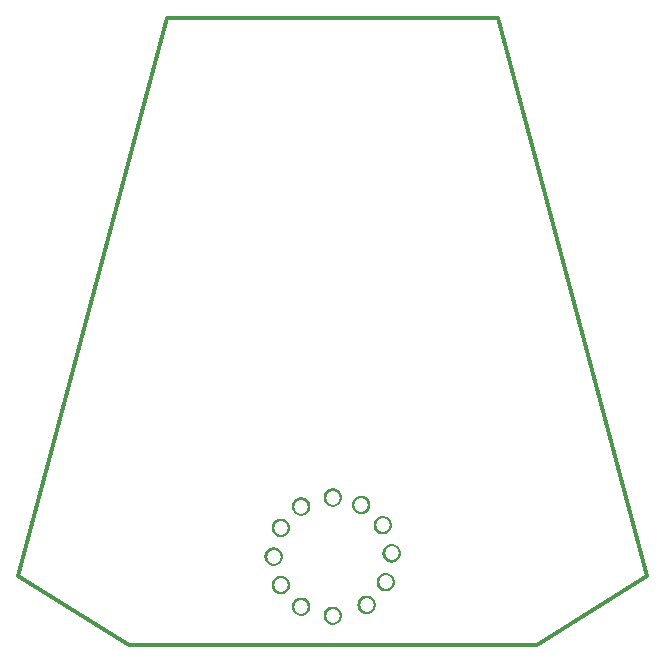
<source format=gto>
%TF.GenerationSoftware,KiCad,Pcbnew,(6.0.6)*%
%TF.CreationDate,2022-07-10T11:29:43+09:00*%
%TF.ProjectId,nowt_promicro_plate_A,6e6f7774-5f70-4726-9f6d-6963726f5f70,rev?*%
%TF.SameCoordinates,Original*%
%TF.FileFunction,Legend,Top*%
%TF.FilePolarity,Positive*%
%FSLAX46Y46*%
G04 Gerber Fmt 4.6, Leading zero omitted, Abs format (unit mm)*
G04 Created by KiCad (PCBNEW (6.0.6)) date 2022-07-10 11:29:43*
%MOMM*%
%LPD*%
G01*
G04 APERTURE LIST*
%TA.AperFunction,Profile*%
%ADD10C,0.349999*%
%TD*%
%ADD11C,0.350000*%
%ADD12C,1.200000*%
%ADD13C,2.300000*%
G04 APERTURE END LIST*
D10*
X47257959Y-61564998D02*
X47255642Y-61534527D01*
X39609456Y-57623652D02*
X39609456Y-57623652D01*
X39597266Y-57502732D02*
X39590566Y-57473704D01*
X39609456Y-57623652D02*
X39608675Y-57592776D01*
X44363373Y-66522748D02*
X44391845Y-66530833D01*
X37178842Y-61548608D02*
X37163235Y-61524265D01*
X46265863Y-59692411D02*
X46288529Y-59674598D01*
X46195750Y-61977527D02*
X46214608Y-61999298D01*
X37714970Y-63856082D02*
X37694132Y-63836216D01*
X38496319Y-65784685D02*
X38481872Y-65809811D01*
X42274525Y-66890596D02*
X42275305Y-66859721D01*
X46255313Y-61151744D02*
X46234475Y-61171611D01*
X37890706Y-59439112D02*
X37889925Y-59408237D01*
X41271878Y-66415592D02*
X41251041Y-66435459D01*
X44658307Y-57695681D02*
X44667739Y-57667802D01*
X37550830Y-64821176D02*
X37576701Y-64807926D01*
X37264925Y-61890604D02*
X37265706Y-61859728D01*
X41554384Y-57447544D02*
X41583931Y-57452821D01*
X43581579Y-57178262D02*
X43567132Y-57203388D01*
X46058739Y-61595873D02*
X46058739Y-61595873D01*
X36844127Y-62432752D02*
X36872006Y-62423319D01*
X45503447Y-58767482D02*
X45482610Y-58787349D01*
X39295451Y-58151233D02*
X39320577Y-58136786D01*
X44877260Y-65452197D02*
X44852916Y-65436591D01*
X46310300Y-58767482D02*
X46288529Y-58748624D01*
X41087494Y-66738801D02*
X41082218Y-66768347D01*
X41194503Y-67218708D02*
X41212315Y-67241374D01*
X46299749Y-62076673D02*
X46323273Y-62093401D01*
X46056822Y-59792720D02*
X46085294Y-59784635D01*
X38627800Y-58086639D02*
X38650466Y-58104451D01*
X43691289Y-57045253D02*
X43670451Y-57065120D01*
X46750155Y-64167019D02*
X46755432Y-64137472D01*
X47121728Y-61214220D02*
X47102870Y-61192449D01*
X46253721Y-64639184D02*
X46283267Y-64633908D01*
X46487985Y-59061663D02*
X46479900Y-59033191D01*
X45785952Y-59799420D02*
X45815499Y-59804696D01*
X44000960Y-65689602D02*
X43988945Y-65716179D01*
X38859506Y-65514696D02*
X38831034Y-65522781D01*
X37626171Y-59936640D02*
X37649695Y-59919911D01*
X41554384Y-66271912D02*
X41525355Y-66278612D01*
X42099569Y-66435459D02*
X42078732Y-66415592D01*
X39344921Y-58121179D02*
X39368445Y-58104451D01*
X39582481Y-66274225D02*
X39590566Y-66245753D01*
X45815499Y-58618526D02*
X45785952Y-58623803D01*
X37084406Y-58875522D02*
X37057159Y-58886265D01*
X37024695Y-61378929D02*
X37001171Y-61362201D01*
X44622298Y-57775376D02*
X44635548Y-57749505D01*
X41162169Y-57170856D02*
X41177775Y-57195200D01*
X41675305Y-56259737D02*
X41644429Y-56260518D01*
X46597391Y-60998973D02*
X46567364Y-61002788D01*
X47156269Y-61260410D02*
X47139541Y-61236886D01*
X43553882Y-57749505D02*
X43567132Y-57775376D01*
X37004710Y-58911531D02*
X36979584Y-58925978D01*
X38831034Y-66668828D02*
X38859506Y-66676913D01*
X41644429Y-66260503D02*
X41613958Y-66262820D01*
X41496883Y-57432759D02*
X41525355Y-57440845D01*
X44603141Y-66546625D02*
X44633169Y-66542810D01*
X43973795Y-56901574D02*
X43944766Y-56908273D01*
X37382079Y-60032197D02*
X37411626Y-60026921D01*
X37246816Y-61709780D02*
X37238731Y-61681308D01*
X41853727Y-67432744D02*
X41881605Y-67423311D01*
X36696581Y-61260511D02*
X36665705Y-61259730D01*
X36717680Y-59260692D02*
X36709595Y-59289164D01*
X44281669Y-66490556D02*
X44308247Y-66502572D01*
X41441758Y-67412568D02*
X41469005Y-67423311D01*
X43670451Y-57065120D02*
X43650584Y-57085958D01*
X44635548Y-57229259D02*
X44622298Y-57203388D01*
X39573048Y-66302103D02*
X39582481Y-66274225D01*
X38803156Y-66659395D02*
X38831034Y-66668828D01*
X38918082Y-58216737D02*
X38948109Y-58220553D01*
X44014211Y-66235718D02*
X44028658Y-66260845D01*
X46434457Y-58925617D02*
X46420010Y-58900491D01*
X39537039Y-65809811D02*
X39522592Y-65784685D01*
X45851225Y-63532965D02*
X45826881Y-63548572D01*
X45780691Y-63583112D02*
X45758920Y-63601970D01*
X39597266Y-65974885D02*
X39590566Y-65945857D01*
X46434457Y-59497605D02*
X46447708Y-59471734D01*
X37831539Y-59699235D02*
X37843555Y-59672658D01*
X37771507Y-64639332D02*
X37788235Y-64615808D01*
X38775909Y-66648652D02*
X38803156Y-66659395D01*
X43916294Y-58062406D02*
X43944766Y-58070491D01*
X44635548Y-57749505D02*
X44647563Y-57722928D01*
X41076085Y-56828860D02*
X41075305Y-56859736D01*
X46606477Y-63642675D02*
X46586610Y-63621837D01*
X41251041Y-67283983D02*
X41271878Y-67303850D01*
X46214608Y-61192449D02*
X46195750Y-61214220D01*
X39582481Y-65917384D02*
X39573048Y-65889506D01*
X37883792Y-59347739D02*
X37878516Y-59318192D01*
X37601827Y-63767210D02*
X37576701Y-63752763D01*
X44215637Y-58077191D02*
X44244665Y-58070491D01*
X41134471Y-67119844D02*
X41147721Y-67145714D01*
X37788235Y-59774576D02*
X37803842Y-59750232D01*
X47040395Y-61132886D02*
X47017728Y-61115074D01*
X44923450Y-66412712D02*
X44945221Y-66393853D01*
X37871816Y-64130396D02*
X37863731Y-64101924D01*
X43888415Y-56925792D02*
X43861168Y-56936535D01*
X42248331Y-66681300D02*
X42238897Y-66653422D01*
X45673326Y-59764458D02*
X45700573Y-59775202D01*
X42216139Y-57119859D02*
X42228154Y-57093281D01*
X46499961Y-59120238D02*
X46494685Y-59090691D01*
X42275305Y-56859736D02*
X42275305Y-56859736D01*
X36709595Y-64430293D02*
X36717680Y-64458765D01*
X41961301Y-57387317D02*
X41986427Y-57372870D01*
X41102279Y-57038156D02*
X41111712Y-57066035D01*
X46162346Y-64646098D02*
X46193222Y-64645317D01*
X36354584Y-62372862D02*
X36379710Y-62387310D01*
X44028658Y-66260845D02*
X44044265Y-66285188D01*
X46242339Y-59709139D02*
X46265863Y-59692411D01*
X39608675Y-57592776D02*
X39606358Y-57562306D01*
X46214608Y-61999298D02*
X46234475Y-62020135D01*
X44592244Y-57153918D02*
X44575516Y-57130395D01*
X44622298Y-57203388D02*
X44607851Y-57178262D01*
X44308247Y-65396877D02*
X44281669Y-65408893D01*
X42202889Y-67145714D02*
X42216139Y-67119844D01*
X36487284Y-61286705D02*
X36459406Y-61296138D01*
X37112284Y-64853368D02*
X37140756Y-64861453D01*
X45598756Y-63839801D02*
X45589323Y-63867679D01*
X39391111Y-58086639D02*
X39412882Y-58067781D01*
X46452438Y-61032283D02*
X46425191Y-61043026D01*
X39159405Y-58204761D02*
X39187877Y-58196675D01*
X45319064Y-59332531D02*
X45325763Y-59361559D01*
X36065705Y-61859728D02*
X36066486Y-61890604D01*
X44662715Y-66537533D02*
X44691744Y-66530833D01*
X44720216Y-66522748D02*
X44748095Y-66513315D01*
X44063840Y-58088600D02*
X44094716Y-58089381D01*
X46743455Y-64196047D02*
X46750155Y-64167019D01*
X41078402Y-66798375D02*
X41076085Y-66828845D01*
X36691486Y-59408237D02*
X36690705Y-59439112D01*
X44354840Y-56948551D02*
X44328263Y-56936535D01*
X37290705Y-58839114D02*
X37259829Y-58839894D01*
X44420873Y-65361916D02*
X44391845Y-65368616D01*
X44647563Y-57722928D02*
X44658307Y-57695681D01*
X41122456Y-56626190D02*
X41111712Y-56653437D01*
X37146507Y-62218716D02*
X37163235Y-62195192D01*
X36124872Y-61599605D02*
X36112856Y-61626183D01*
X43531123Y-57695681D02*
X43541866Y-57722928D01*
X37057159Y-63727497D02*
X37030581Y-63739513D01*
X15024060Y-63496104D02*
X15024060Y-63496104D01*
X36379710Y-62387310D02*
X36405581Y-62400560D01*
X41364183Y-66346587D02*
X41339839Y-66362193D01*
X41082218Y-56951109D02*
X41087494Y-56980656D01*
X36072618Y-61768355D02*
X36068803Y-61798382D01*
X42078732Y-56415607D02*
X42056961Y-56396749D01*
X46145603Y-61906993D02*
X46161210Y-61931337D01*
X44335494Y-65386134D02*
X44308247Y-65396877D01*
X44244665Y-58070491D02*
X44273137Y-58062406D01*
X36702895Y-64401264D02*
X36709595Y-64430293D01*
X42138294Y-67241374D02*
X42156107Y-67218708D01*
X39009455Y-66695803D02*
X39009455Y-66695803D01*
X37890706Y-59439112D02*
X37890706Y-59439112D01*
X37440655Y-63699236D02*
X37411626Y-63692536D01*
X39522592Y-57312532D02*
X39506985Y-57288188D01*
X46743455Y-63896151D02*
X46735370Y-63867679D01*
X42119436Y-57263160D02*
X42138294Y-57241390D01*
X43783594Y-56976248D02*
X43759250Y-56991855D01*
X37004710Y-59966694D02*
X37030581Y-59979944D01*
X45803357Y-63565300D02*
X45780691Y-63583112D01*
X45598756Y-64252398D02*
X45609499Y-64279645D01*
X43953984Y-65828805D02*
X43948707Y-65858351D01*
X45354025Y-58978066D02*
X45343282Y-59005313D01*
X41075305Y-56859736D02*
X41076085Y-56890612D01*
X36727052Y-61262828D02*
X36696581Y-61260511D01*
X44430181Y-57986910D02*
X44453705Y-57970182D01*
X37863731Y-64458765D02*
X37871816Y-64430293D01*
X41853727Y-66286697D02*
X41825254Y-66278612D01*
X46056822Y-58630502D02*
X46027793Y-58623803D01*
X38831034Y-65522781D02*
X38803156Y-65532214D01*
X38445863Y-57417353D02*
X38436430Y-57445232D01*
X46070972Y-63453014D02*
X46041425Y-63458291D01*
X45141014Y-65918849D02*
X45138697Y-65888379D01*
X42228154Y-67093266D02*
X42238897Y-67066019D01*
X37887608Y-59377766D02*
X37883792Y-59347739D01*
X46095147Y-61802172D02*
X46105890Y-61829419D01*
X46944734Y-62123455D02*
X46969860Y-62109007D01*
X45379291Y-59497605D02*
X45393738Y-59522731D01*
X45815499Y-59804696D02*
X45845526Y-59808512D01*
X41389309Y-57387317D02*
X41415180Y-57400568D01*
X44720216Y-65376701D02*
X44691744Y-65368616D01*
X44480448Y-66546625D02*
X44510918Y-66548942D01*
X37112284Y-63707321D02*
X37084406Y-63716754D01*
X42216139Y-67119844D02*
X42228154Y-67093266D01*
X43988945Y-66183270D02*
X44000960Y-66209848D01*
X46331138Y-58787349D02*
X46310300Y-58767482D01*
X39602542Y-57532279D02*
X39597266Y-57502732D01*
X45728451Y-58638588D02*
X45700573Y-58648021D01*
X36221575Y-61456304D02*
X36202716Y-61478075D01*
X46027793Y-59799420D02*
X46056822Y-59792720D01*
X42119436Y-56456311D02*
X42099569Y-56435474D01*
X41583931Y-57452821D02*
X41613958Y-57456637D01*
X44985926Y-66353149D02*
X45004784Y-66331378D01*
X43691289Y-57933511D02*
X43713060Y-57952369D01*
X43495496Y-57458507D02*
X43494715Y-57489382D01*
X45525218Y-58748624D02*
X45503447Y-58767482D01*
X41122456Y-67093266D02*
X41134471Y-67119844D01*
X46750155Y-63925179D02*
X46743455Y-63896151D01*
X41796226Y-56271927D02*
X41766679Y-56266651D01*
X39391111Y-66558792D02*
X39412882Y-66539934D01*
X43494715Y-57489382D02*
X43494715Y-57489382D01*
X45646748Y-59752443D02*
X45673326Y-59764458D01*
X44182804Y-66430524D02*
X44206328Y-66447252D01*
X37112284Y-60012136D02*
X37140756Y-60020221D01*
X45758920Y-63601970D02*
X45738083Y-63621837D01*
X43506905Y-57610302D02*
X43513605Y-57639330D01*
X43650584Y-57085958D02*
X43631726Y-57107729D01*
X37112284Y-58866089D02*
X37084406Y-58875522D01*
X36102113Y-62066027D02*
X36112856Y-62093274D01*
X44510918Y-66548942D02*
X44541794Y-66549723D01*
X38627800Y-66558792D02*
X38650466Y-66576604D01*
X37883792Y-59530485D02*
X37887608Y-59500458D01*
X44633169Y-66542810D02*
X44662715Y-66537533D01*
X44273137Y-56916359D02*
X44244665Y-56908273D01*
X39130376Y-57035843D02*
X39100829Y-57030567D01*
X36931716Y-63799545D02*
X36909050Y-63817357D01*
X45393738Y-58900491D02*
X45379291Y-58925617D01*
X41706181Y-66260503D02*
X41675305Y-66259722D01*
X36072618Y-61951102D02*
X36077895Y-61980648D01*
X38481872Y-66381798D02*
X38496319Y-66406925D01*
X46288529Y-58748624D02*
X46265863Y-58730812D01*
X38888535Y-58211460D02*
X38918082Y-58216737D01*
X42172835Y-57195200D02*
X42188441Y-57170856D01*
X45129605Y-65828805D02*
X45122905Y-65799776D01*
X41075305Y-66859721D02*
X41075305Y-66859721D01*
X37694132Y-58994983D02*
X37672361Y-58976125D01*
X45443885Y-59593265D02*
X45462743Y-59615036D01*
X44156062Y-56892481D02*
X44125592Y-56890164D01*
X37259829Y-63681127D02*
X37229359Y-63683444D01*
X42275305Y-56859736D02*
X42274525Y-56828860D01*
X46506875Y-59211611D02*
X46506875Y-59211611D01*
X42010771Y-67357248D02*
X42034295Y-67340520D01*
X39070802Y-66692705D02*
X39100829Y-66688890D01*
X46918863Y-61055042D02*
X46892285Y-61043026D01*
X43973795Y-58077191D02*
X44003341Y-58082467D01*
X46077629Y-61445925D02*
X46070929Y-61474953D01*
X41293649Y-67322708D02*
X41316315Y-67340520D01*
X46470467Y-59417910D02*
X46479900Y-59390031D01*
X39573048Y-57829951D02*
X39582481Y-57802072D01*
X42138294Y-56478082D02*
X42119436Y-56456311D01*
X45069378Y-66235718D02*
X45082628Y-66209848D01*
X37265706Y-61859728D02*
X37264925Y-61828853D01*
X41613958Y-57456637D02*
X41644429Y-57458954D01*
X45756924Y-58630502D02*
X45728451Y-58638588D01*
X37382079Y-63687259D02*
X37352052Y-63683444D01*
X46117906Y-61855996D02*
X46131156Y-61881867D01*
X45482610Y-58787349D02*
X45462743Y-58808187D01*
X45039324Y-66285188D02*
X45054931Y-66260845D01*
X42172835Y-56524272D02*
X42156107Y-56500748D01*
X42248331Y-57038156D02*
X42256416Y-57009684D01*
X45325763Y-59361559D02*
X45333849Y-59390031D01*
X43501629Y-57580755D02*
X43506905Y-57610302D01*
X46061837Y-61657219D02*
X46065653Y-61687247D01*
X37163235Y-62195192D02*
X37178842Y-62170848D01*
X36749872Y-64540467D02*
X36763122Y-64566338D01*
X36330240Y-61362201D02*
X36306716Y-61378929D01*
X42275305Y-66859721D02*
X42275305Y-66859721D01*
X46537817Y-61008065D02*
X46508789Y-61014765D01*
X36827716Y-59057458D02*
X36809904Y-59080125D01*
X44476371Y-57026395D02*
X44453705Y-57008583D01*
X46544002Y-63583112D02*
X46521336Y-63565300D01*
X45700573Y-59775202D02*
X45728451Y-59784635D01*
X41766679Y-57452821D02*
X41796226Y-57447544D01*
X38627800Y-65632817D02*
X38606029Y-65651676D01*
X37878516Y-59318192D02*
X37871816Y-59289164D01*
X37001171Y-62357256D02*
X37024695Y-62340528D01*
X36702895Y-59560032D02*
X36709595Y-59589060D01*
X44186090Y-56896297D02*
X44156062Y-56892481D01*
X37218555Y-61626183D02*
X37206539Y-61599605D01*
X46368647Y-64609690D02*
X46395893Y-64598946D01*
X36068803Y-61798382D02*
X36066486Y-61828853D01*
X46283267Y-64633908D02*
X46312296Y-64627208D01*
X41177775Y-57195200D02*
X41194503Y-57218723D01*
X46521336Y-64526898D02*
X46544002Y-64509086D01*
X39472445Y-57241998D02*
X39453587Y-57220228D01*
X43735726Y-57970182D02*
X43759250Y-57986910D01*
X46473468Y-63532965D02*
X46448342Y-63518518D01*
X45681546Y-64405087D02*
X45699358Y-64427753D01*
X38565325Y-58027076D02*
X38585192Y-58047914D01*
X38546466Y-65714151D02*
X38528654Y-65736817D01*
X37889925Y-59408237D02*
X37887608Y-59377766D01*
X39269580Y-66636636D02*
X39295451Y-66623386D01*
X44186090Y-58082467D02*
X44215637Y-58077191D01*
X38456606Y-57857197D02*
X38468622Y-57883775D01*
X43861168Y-58042229D02*
X43888415Y-58052973D01*
X46061837Y-61534527D02*
X46059520Y-61564998D01*
X39130376Y-66683613D02*
X39159405Y-66676913D01*
X45673326Y-58658764D02*
X45646748Y-58670780D01*
X42078732Y-67303850D02*
X42099569Y-67283983D01*
X45649211Y-63734979D02*
X45634764Y-63760105D01*
X37024695Y-62340528D02*
X37047361Y-62322715D01*
X46567364Y-61002788D02*
X46537817Y-61008065D01*
X41134471Y-57119859D02*
X41147721Y-57145730D01*
X39550289Y-65835682D02*
X39537039Y-65809811D01*
X42268392Y-56768363D02*
X42263115Y-56738816D01*
X44215637Y-56901574D02*
X44186090Y-56896297D01*
X46508789Y-62176982D02*
X46537817Y-62183682D01*
X37089970Y-62283990D02*
X37109837Y-62263153D01*
X46759247Y-63984753D02*
X46755432Y-63954726D01*
X44538846Y-57892807D02*
X44557704Y-57871036D01*
X46892285Y-61043026D02*
X46865038Y-61032283D01*
X44575516Y-57130395D02*
X44557704Y-57107729D01*
X43531123Y-57283084D02*
X43521690Y-57310962D01*
X37576701Y-63752763D02*
X37550830Y-63739513D01*
X37878516Y-64401264D02*
X37883792Y-64371718D01*
X43944766Y-58070491D02*
X43973795Y-58077191D01*
X39320577Y-58136786D02*
X39344921Y-58121179D01*
X45122905Y-65799776D02*
X45114820Y-65771304D01*
X43513605Y-57339434D02*
X43506905Y-57368462D01*
X46643147Y-63687112D02*
X46625335Y-63664445D01*
X37863731Y-59617532D02*
X37871816Y-59589060D01*
X45409344Y-58876147D02*
X45393738Y-58900491D01*
X45462743Y-58808187D02*
X45443885Y-58829958D01*
X39453587Y-66499229D02*
X39472445Y-66477458D01*
X37440655Y-60020221D02*
X37469127Y-60012136D01*
X39100829Y-58216737D02*
X39130376Y-58211460D01*
X45307655Y-59180736D02*
X45306874Y-59211611D01*
X41961301Y-66332139D02*
X41935430Y-66318889D01*
X47083003Y-61171611D02*
X47062165Y-61151744D01*
X38412553Y-57684998D02*
X38416368Y-57715025D01*
X45937748Y-59810829D02*
X45968219Y-59808512D01*
X44687801Y-57580755D02*
X44691616Y-57550728D01*
X39522592Y-57934772D02*
X39537039Y-57909646D01*
X41675305Y-69359728D02*
X41675305Y-69359728D01*
X38650466Y-65615005D02*
X38627800Y-65632817D01*
X46506875Y-59211611D02*
X46506094Y-59180736D01*
X39215756Y-66659395D02*
X39243003Y-66648652D01*
X38546466Y-57241998D02*
X38528654Y-57264664D01*
X46779659Y-61008065D02*
X46750112Y-61002788D01*
X36487284Y-62432752D02*
X36515756Y-62440837D01*
X38749331Y-57082820D02*
X38723460Y-57096071D01*
X44405837Y-56976248D02*
X44380711Y-56961801D01*
X46565772Y-63601970D02*
X46544002Y-63583112D01*
X46195750Y-61214220D02*
X46177938Y-61236886D01*
X46145603Y-61284753D02*
X46131156Y-61309880D01*
X37128695Y-61478075D02*
X37109837Y-61456304D01*
X37878516Y-64159425D02*
X37871816Y-64130396D01*
X39597266Y-57744572D02*
X39602542Y-57715025D01*
X41231174Y-57263160D02*
X41251041Y-57283998D01*
X45906872Y-58611613D02*
X45906872Y-58611613D01*
X39602542Y-66004431D02*
X39597266Y-65974885D01*
X46658738Y-62195872D02*
X46689614Y-62195091D01*
X36887279Y-63836216D02*
X36866442Y-63856082D01*
X46761564Y-64015224D02*
X46759247Y-63984753D01*
X37497006Y-58875522D02*
X37469127Y-58866089D01*
X44541794Y-66549723D02*
X44541794Y-66549723D01*
X38650466Y-66576604D02*
X38673990Y-66593332D01*
X36690705Y-64280344D02*
X36691486Y-64311220D01*
X41231174Y-66456296D02*
X41212315Y-66478067D01*
X44694714Y-57489382D02*
X44694714Y-57489382D01*
X45366040Y-58951488D02*
X45354025Y-58978066D01*
X41075305Y-56859736D02*
X41075305Y-56859736D01*
X36693803Y-64218998D02*
X36691486Y-64249469D01*
X42034295Y-66378921D02*
X42010771Y-66362193D01*
X36066486Y-61890604D02*
X36068803Y-61921074D01*
X38723460Y-65568223D02*
X38698334Y-65582671D01*
X36112856Y-62093274D02*
X36124872Y-62119851D01*
X39590566Y-65945857D02*
X39582481Y-65917384D01*
X41076085Y-56890612D02*
X41078402Y-56921082D01*
X46217995Y-59724745D02*
X46242339Y-59709139D01*
X46242339Y-58714084D02*
X46217995Y-58698477D01*
X37524253Y-64833192D02*
X37550830Y-64821176D01*
X46310300Y-59655740D02*
X46331138Y-59635873D01*
X41736652Y-66262820D02*
X41706181Y-66260503D01*
X41316315Y-56378937D02*
X41293649Y-56396749D01*
X45595752Y-58698477D02*
X45571408Y-58714084D01*
X36737856Y-59205567D02*
X36727113Y-59232814D01*
X45983925Y-64619123D02*
X46012397Y-64627208D01*
X38410236Y-66126680D02*
X38412553Y-66157151D01*
X37649695Y-63799545D02*
X37626171Y-63782817D01*
X44966059Y-65525463D02*
X44945221Y-65505596D01*
X37128695Y-62241382D02*
X37146507Y-62218716D01*
X45354025Y-59445157D02*
X45366040Y-59471734D01*
X46506094Y-59242487D02*
X46506875Y-59211611D01*
X38409455Y-57623652D02*
X38410236Y-57654528D01*
X36872006Y-62423319D02*
X36899253Y-62412576D01*
X37262608Y-61798382D02*
X37258792Y-61768355D01*
X43521690Y-57667802D02*
X43531123Y-57695681D01*
X36066486Y-61828853D02*
X36065705Y-61859728D01*
X38565325Y-57220228D02*
X38546466Y-57241998D01*
X36763122Y-64566338D02*
X36777569Y-64591464D01*
X43506905Y-57368462D02*
X43501629Y-57398009D01*
X45906872Y-59811610D02*
X45906872Y-59811610D01*
X45983925Y-63473076D02*
X45956046Y-63482509D01*
X45105387Y-66156023D02*
X45114820Y-66128145D01*
X39609456Y-66095805D02*
X39609456Y-66095805D01*
X44557704Y-57107729D02*
X44538846Y-57085958D01*
X36168176Y-62195192D02*
X36184904Y-62218716D01*
X44044265Y-66285188D02*
X44060993Y-66308712D01*
X44852916Y-66462859D02*
X44877260Y-66447252D01*
X38416368Y-57715025D02*
X38421645Y-57744572D01*
X39187877Y-66668828D02*
X39215756Y-66659395D01*
X38528654Y-65736817D02*
X38511926Y-65760341D01*
X36574332Y-62452813D02*
X36604359Y-62456629D01*
X37788235Y-59103648D02*
X37771507Y-59080125D01*
X41389309Y-67387302D02*
X41415180Y-67400552D01*
X36138122Y-62145722D02*
X36152569Y-62170848D01*
X45589323Y-63867679D02*
X45581237Y-63896151D01*
X39009455Y-66695803D02*
X39040331Y-66695022D01*
X45343282Y-59005313D02*
X45333849Y-59033191D01*
X37140756Y-64861453D02*
X37169785Y-64868153D01*
X46761564Y-64076975D02*
X46762345Y-64046099D01*
X37084406Y-60002703D02*
X37112284Y-60012136D01*
X37734837Y-63876920D02*
X37714970Y-63856082D01*
X39368445Y-66576604D02*
X39391111Y-66558792D01*
X46420010Y-58900491D02*
X46404403Y-58876147D01*
X41147721Y-66573727D02*
X41134471Y-66599598D01*
X38749331Y-58164484D02*
X38775909Y-58176499D01*
X37290705Y-64880343D02*
X37321581Y-64879562D01*
X36931716Y-64761144D02*
X36955240Y-64777872D01*
X37146507Y-61500741D02*
X37128695Y-61478075D01*
X46448342Y-64573681D02*
X46473468Y-64559233D01*
X41364183Y-56346602D02*
X41339839Y-56362208D01*
X39453587Y-58027076D02*
X39472445Y-58005306D01*
X38775909Y-57070805D02*
X38749331Y-57082820D01*
X38546466Y-58005306D02*
X38565325Y-58027076D01*
X43713060Y-57952369D02*
X43735726Y-57970182D01*
X44827790Y-65422143D02*
X44801919Y-65408893D01*
X37550830Y-59979944D02*
X37576701Y-59966694D01*
X39590566Y-66245753D02*
X39597266Y-66216725D01*
X43553882Y-57229259D02*
X43541866Y-57255837D01*
X38445863Y-66302103D02*
X38456606Y-66329350D01*
X38416368Y-66187178D02*
X38421645Y-66216725D01*
X46808687Y-61014765D02*
X46779659Y-61008065D01*
X46479900Y-59033191D02*
X46470467Y-59005313D01*
X43953984Y-66070645D02*
X43960684Y-66099673D01*
X45134881Y-65858351D02*
X45129605Y-65828805D01*
X36909050Y-58976125D02*
X36887279Y-58994983D01*
X39009455Y-65495806D02*
X38978579Y-65496587D01*
X46689614Y-60996656D02*
X46658738Y-60995875D01*
X45569261Y-64137472D02*
X45574538Y-64167019D01*
X38673990Y-65598277D02*
X38650466Y-65615005D01*
X36737856Y-64046799D02*
X36727113Y-64074046D01*
X37626171Y-58941585D02*
X37601827Y-58925978D01*
X24407822Y-69359728D02*
X41675305Y-69359728D01*
X36793176Y-64615808D02*
X36809904Y-64639332D01*
X44301016Y-56925792D02*
X44273137Y-56916359D01*
X44014211Y-65663731D02*
X44000960Y-65689602D01*
X38606029Y-66539934D02*
X38627800Y-66558792D01*
X45563129Y-64076975D02*
X45565446Y-64107445D01*
X46012397Y-63464990D02*
X45983925Y-63473076D01*
X43650584Y-57892807D02*
X43670451Y-57913644D01*
X39490257Y-57264664D02*
X39472445Y-57241998D01*
X43968769Y-66128145D02*
X43978202Y-66156023D01*
X46508789Y-61014765D02*
X46480317Y-61022850D01*
X44827790Y-66477306D02*
X44852916Y-66462859D01*
X47222332Y-61389575D02*
X47211589Y-61362328D01*
X46422471Y-63505267D02*
X46395893Y-63493252D01*
X44923450Y-65486737D02*
X44900784Y-65468925D01*
X37601827Y-58925978D02*
X37576701Y-58911531D01*
X41339839Y-56362208D02*
X41316315Y-56378937D01*
X39590566Y-57773600D02*
X39597266Y-57744572D01*
X36976827Y-62372862D02*
X37001171Y-62357256D01*
X41675305Y-56259737D02*
X41675305Y-56259737D01*
X37694132Y-63836216D02*
X37672361Y-63817357D01*
X47139541Y-61236886D02*
X47121728Y-61214220D01*
X44694714Y-57489382D02*
X44694714Y-57489382D01*
X43631726Y-57107729D02*
X43613914Y-57130395D01*
X37672361Y-59902099D02*
X37694132Y-59883241D01*
X36777569Y-64591464D02*
X36793176Y-64615808D01*
X37259829Y-58839894D02*
X37229359Y-58842211D01*
X46762345Y-64046099D02*
X46762345Y-64046099D01*
X38859506Y-66676913D02*
X38888535Y-66683613D01*
X38421645Y-57502732D02*
X38416368Y-57532279D01*
X37258792Y-61951102D02*
X37262608Y-61921074D01*
X39243003Y-65542957D02*
X39215756Y-65532214D01*
X37352052Y-60036013D02*
X37382079Y-60032197D01*
X45928799Y-63493252D02*
X45902222Y-63505267D01*
X37199332Y-58846027D02*
X37169785Y-58851304D01*
X45738083Y-63621837D02*
X45718216Y-63642675D01*
X42238897Y-56653437D02*
X42228154Y-56626190D01*
X36693803Y-59500458D02*
X36697618Y-59530485D01*
X39344921Y-65598277D02*
X39320577Y-65582671D01*
X37469127Y-63707321D02*
X37440655Y-63699236D01*
X41469005Y-57423326D02*
X41496883Y-57432759D01*
X43713060Y-57026395D02*
X43691289Y-57045253D01*
X46234475Y-61171611D02*
X46214608Y-61192449D01*
X38585192Y-66520067D02*
X38606029Y-66539934D01*
X46658738Y-62195872D02*
X46658738Y-62195872D01*
X41908852Y-57412583D02*
X41935430Y-57400568D01*
X37771507Y-63921357D02*
X37753695Y-63898691D01*
X37262608Y-61921074D02*
X37264925Y-61890604D01*
X38749331Y-66636636D02*
X38775909Y-66648652D01*
X45141795Y-65949725D02*
X45141795Y-65949725D01*
X43861168Y-56936535D02*
X43834591Y-56948551D01*
X36284050Y-61396741D02*
X36262279Y-61415599D01*
X47017728Y-62076673D02*
X47040395Y-62058860D01*
X46234475Y-62020135D02*
X46255313Y-62040002D01*
X45906872Y-58611613D02*
X45875997Y-58612393D01*
X44572670Y-66548942D02*
X44603141Y-66546625D01*
X45574538Y-63925179D02*
X45569261Y-63954726D01*
X41525355Y-57440845D02*
X41554384Y-57447544D01*
X46703179Y-64306222D02*
X46715194Y-64279645D01*
X39602542Y-57715025D02*
X39606358Y-57684998D01*
X36241442Y-62283990D02*
X36262279Y-62303857D01*
X38511926Y-57288188D02*
X38496319Y-57312532D01*
X44328263Y-56936535D02*
X44301016Y-56925792D01*
X44097663Y-66353149D02*
X44117530Y-66373987D01*
X37321581Y-64879562D02*
X37352052Y-64877245D01*
X46452438Y-62159464D02*
X46480317Y-62168897D01*
X37004710Y-63752763D02*
X36979584Y-63767210D01*
X39009455Y-57023653D02*
X39009455Y-57023653D01*
X41147721Y-67145714D02*
X41162169Y-67170841D01*
X36693803Y-64341690D02*
X36697618Y-64371718D01*
X46288529Y-59674598D02*
X46310300Y-59655740D01*
X37178842Y-62170848D02*
X37193289Y-62145722D01*
X44380711Y-58016964D02*
X44405837Y-58002516D01*
X36102113Y-61653430D02*
X36092680Y-61681308D01*
X39368445Y-57142853D02*
X39344921Y-57126124D01*
X47083003Y-62020135D02*
X47102870Y-61999298D01*
X45998247Y-59804696D02*
X46027793Y-59799420D01*
X41339839Y-57357263D02*
X41364183Y-57372870D01*
X44541794Y-65349726D02*
X44510918Y-65350507D01*
X37878516Y-59560032D02*
X37883792Y-59530485D01*
X36827716Y-59820766D02*
X36846575Y-59842537D01*
X44647563Y-57255837D02*
X44635548Y-57229259D01*
X44748095Y-65386134D02*
X44720216Y-65376701D01*
X46994204Y-61098346D02*
X46969860Y-61082739D01*
X46597391Y-62192774D02*
X46627862Y-62195091D01*
X38723460Y-57096071D02*
X38698334Y-57110518D01*
X37411626Y-64868153D02*
X37440655Y-64861453D01*
X44335494Y-66513315D02*
X44363373Y-66522748D01*
X41102279Y-56681316D02*
X41094194Y-56709788D01*
X36955240Y-58941585D02*
X36931716Y-58958313D01*
X44206328Y-65452197D02*
X44182804Y-65468925D01*
X36691486Y-59469988D02*
X36693803Y-59500458D01*
X46779659Y-62183682D02*
X46808687Y-62176982D01*
X38606029Y-57179523D02*
X38585192Y-57199390D01*
X41162169Y-66548601D02*
X41147721Y-66573727D01*
X39159405Y-66676913D02*
X39187877Y-66668828D01*
X46162346Y-63446101D02*
X46162346Y-63446101D01*
X46105890Y-61829419D02*
X46117906Y-61855996D01*
X37440655Y-64861453D02*
X37469127Y-64853368D01*
X41825254Y-57440845D02*
X41853727Y-57432759D01*
X37854298Y-64074046D02*
X37843555Y-64046799D01*
X36077895Y-61738808D02*
X36072618Y-61768355D01*
X36459406Y-61296138D02*
X36432159Y-61306881D01*
X37382079Y-64873430D02*
X37411626Y-64868153D01*
X45313787Y-59120238D02*
X45309972Y-59150265D01*
X38416368Y-57532279D02*
X38412553Y-57562306D01*
X42248331Y-56681316D02*
X42238897Y-56653437D01*
X46340768Y-63473076D02*
X46312296Y-63464990D01*
X36152569Y-61548608D02*
X36138122Y-61573735D01*
X39472445Y-58005306D02*
X39490257Y-57982640D01*
X44000960Y-66209848D02*
X44014211Y-66235718D01*
X44060993Y-65590737D02*
X44044265Y-65614261D01*
X38528654Y-66454792D02*
X38546466Y-66477458D01*
X36786626Y-61271920D02*
X36757079Y-61266643D01*
X43521690Y-57310962D02*
X43513605Y-57339434D01*
X44682524Y-57610302D02*
X44687801Y-57580755D01*
X37109837Y-61456304D02*
X37089970Y-61435466D01*
X44687801Y-57398009D02*
X44682524Y-57368462D01*
X46192869Y-59739193D02*
X46217995Y-59724745D01*
X41094194Y-67009669D02*
X41102279Y-67038141D01*
X39100829Y-65502720D02*
X39070802Y-65498904D01*
X45681546Y-63687112D02*
X45664818Y-63710635D01*
X37057159Y-58886265D02*
X37030581Y-58898280D01*
X41087494Y-66980641D02*
X41094194Y-67009669D01*
X39100829Y-66688890D02*
X39130376Y-66683613D01*
X36815655Y-61278620D02*
X36786626Y-61271920D01*
X37672361Y-64743332D02*
X37694132Y-64724473D01*
X46725937Y-63839801D02*
X46715194Y-63812554D01*
X45826881Y-63548572D02*
X45803357Y-63565300D01*
X45595752Y-59724745D02*
X45620878Y-59739193D01*
X45718216Y-64449524D02*
X45738083Y-64470361D01*
X46586610Y-64470361D02*
X46606477Y-64449524D01*
X41194503Y-57218723D02*
X41212315Y-57241390D01*
X39412882Y-57179523D02*
X39391111Y-57160665D01*
X42202889Y-66573727D02*
X42188441Y-66548601D01*
X42156107Y-56500748D02*
X42138294Y-56478082D01*
X44572670Y-65350507D02*
X44541794Y-65349726D01*
X45758920Y-64490228D02*
X45780691Y-64509086D01*
X39453587Y-65692380D02*
X39433720Y-65671543D01*
X39040331Y-57024434D02*
X39009455Y-57023653D01*
X43834591Y-58030214D02*
X43861168Y-58042229D01*
X46395893Y-64598946D02*
X46422471Y-64586931D01*
X47102870Y-61192449D02*
X47083003Y-61171611D01*
X38585192Y-65671543D02*
X38565325Y-65692380D01*
X38481872Y-65809811D02*
X38468622Y-65835682D01*
X46659875Y-64381563D02*
X46675481Y-64357219D01*
X36727052Y-62456629D02*
X36757079Y-62452813D01*
X39506985Y-57288188D02*
X39490257Y-57264664D01*
X43916294Y-56916359D02*
X43888415Y-56925792D01*
X37258792Y-61768355D02*
X37253516Y-61738808D01*
X43944892Y-66011071D02*
X43948707Y-66041098D01*
X42263115Y-56980656D02*
X42268392Y-56951109D01*
X37803842Y-59127992D02*
X37788235Y-59103648D01*
X43497813Y-57550728D02*
X43501629Y-57580755D01*
X37229298Y-62066027D02*
X37238731Y-62038149D01*
X36306716Y-61378929D02*
X36284050Y-61396741D01*
X39130376Y-58211460D02*
X39159405Y-58204761D01*
X39412882Y-58067781D02*
X39433720Y-58047914D01*
X45426072Y-58852624D02*
X45409344Y-58876147D01*
X43942575Y-65918849D02*
X43941794Y-65949725D01*
X43948707Y-65858351D02*
X43944892Y-65888379D01*
X37672361Y-58976125D02*
X37649695Y-58958313D01*
X44592244Y-57824846D02*
X44607851Y-57800502D01*
X36544785Y-62447537D02*
X36574332Y-62452813D01*
X39187877Y-65522781D02*
X39159405Y-65514696D01*
X45004784Y-65568071D02*
X44985926Y-65546300D01*
X45569261Y-63954726D02*
X45565446Y-63984753D01*
X46340768Y-64619123D02*
X46368647Y-64609690D01*
X41415180Y-67400552D02*
X41441758Y-67412568D01*
X41078402Y-56921082D02*
X41082218Y-56951109D01*
X44033369Y-58086283D02*
X44063840Y-58088600D01*
X36065705Y-61859728D02*
X36065705Y-61859728D01*
X37649695Y-64761144D02*
X37672361Y-64743332D01*
X41986427Y-57372870D02*
X42010771Y-57357263D01*
X46398614Y-62136705D02*
X46425191Y-62148721D01*
X39608675Y-66064929D02*
X39606358Y-66034459D01*
X37803842Y-63969225D02*
X37788235Y-63944881D01*
X42188441Y-67170841D02*
X42202889Y-67145714D01*
X37265706Y-61859728D02*
X37265706Y-61859728D01*
X44498142Y-57045253D02*
X44476371Y-57026395D01*
X44662715Y-65361916D02*
X44633169Y-65356640D01*
X37863731Y-64101924D02*
X37854298Y-64074046D01*
X45581237Y-64196047D02*
X45589323Y-64224519D01*
X46969860Y-62109007D02*
X46994204Y-62093401D01*
X46070929Y-61716793D02*
X46077629Y-61745821D01*
X41736652Y-57456637D02*
X41766679Y-57452821D01*
X44518979Y-57065120D02*
X44498142Y-57045253D01*
X45851225Y-64559233D02*
X45876351Y-64573681D01*
X41825254Y-67440829D02*
X41853727Y-67432744D01*
X45621514Y-64306222D02*
X45634764Y-64332093D01*
X45307655Y-59242487D02*
X45309972Y-59272957D01*
X47258740Y-61595873D02*
X47257959Y-61564998D01*
X41496883Y-66286697D02*
X41469005Y-66296130D01*
X42268392Y-66951094D02*
X42272208Y-66921067D01*
X38409455Y-57623652D02*
X38409455Y-57623652D01*
X43613914Y-57848370D02*
X43631726Y-57871036D01*
X45094644Y-66183270D02*
X45105387Y-66156023D01*
X39433720Y-58047914D02*
X39453587Y-58027076D01*
X41094194Y-56709788D02*
X41087494Y-56738816D01*
X37259829Y-60038330D02*
X37290705Y-60039111D01*
X36379710Y-61332147D02*
X36354584Y-61346594D01*
X46113173Y-58648021D02*
X46085294Y-58638588D01*
X46177938Y-61236886D02*
X46161210Y-61260410D01*
X46177938Y-61954861D02*
X46195750Y-61977527D01*
X41675305Y-57459734D02*
X41675305Y-57459734D01*
X37734837Y-59035688D02*
X37714970Y-59014850D01*
X45845526Y-58614711D02*
X45815499Y-58618526D01*
X41961301Y-56332155D02*
X41935430Y-56318904D01*
X39368445Y-58104451D02*
X39391111Y-58086639D01*
X37253516Y-61738808D02*
X37246816Y-61709780D01*
X37871816Y-59289164D02*
X37863731Y-59260692D01*
X37887608Y-64218998D02*
X37883792Y-64188971D01*
X41076085Y-66890596D02*
X41078402Y-66921067D01*
X44138368Y-66393853D02*
X44160138Y-66412712D01*
X38428345Y-66245753D02*
X38436430Y-66274225D01*
X39562305Y-65862259D02*
X39550289Y-65835682D01*
X47222332Y-61802172D02*
X47231765Y-61774294D01*
X36459406Y-62423319D02*
X36487284Y-62432752D01*
X44658307Y-57283084D02*
X44647563Y-57255837D01*
X39562305Y-66329350D02*
X39573048Y-66302103D01*
X41736652Y-56262835D02*
X41706181Y-56260518D01*
X37524253Y-59991959D02*
X37550830Y-59979944D01*
X38918082Y-65502720D02*
X38888535Y-65507996D01*
X39606358Y-66034459D02*
X39602542Y-66004431D01*
X39506985Y-57959116D02*
X39522592Y-57934772D01*
X38412553Y-66157151D02*
X38416368Y-66187178D01*
X44391845Y-66530833D02*
X44420873Y-66537533D01*
X41293649Y-57322723D02*
X41316315Y-57340535D01*
X41122456Y-57093281D02*
X41134471Y-57119859D01*
X37440655Y-58858003D02*
X37411626Y-58851304D01*
X39070802Y-57026751D02*
X39040331Y-57024434D01*
X41675305Y-16250651D02*
X41675305Y-16250651D01*
X41162169Y-67170841D02*
X41177775Y-67195184D01*
X41212315Y-66478067D02*
X41194503Y-66500733D01*
X46750112Y-61002788D02*
X46720084Y-60998973D01*
X41082218Y-56768363D02*
X41078402Y-56798390D01*
X42238897Y-67066019D02*
X42248331Y-67038141D01*
X41293649Y-66396733D02*
X41271878Y-66415592D01*
X45022596Y-66308712D02*
X45039324Y-66285188D01*
X38410236Y-57654528D02*
X38412553Y-57684998D01*
X45562348Y-64046099D02*
X45562348Y-64046099D01*
X47251827Y-61504500D02*
X47246550Y-61474953D01*
X36168176Y-61524265D02*
X36152569Y-61548608D01*
X41796226Y-67447529D02*
X41825254Y-67440829D01*
X43888415Y-58052973D02*
X43916294Y-58062406D01*
X45409344Y-59547075D02*
X45426072Y-59570599D01*
X41675305Y-66259722D02*
X41675305Y-66259722D01*
X38978579Y-65496587D02*
X38948109Y-65498904D01*
X44160138Y-66412712D02*
X44182804Y-66430524D01*
X36124872Y-62119851D02*
X36138122Y-62145722D01*
X46422471Y-64586931D02*
X46448342Y-64573681D01*
X36846575Y-59842537D02*
X36866442Y-59863374D01*
X44363373Y-65376701D02*
X44335494Y-65386134D01*
X36786626Y-62447537D02*
X36815655Y-62440837D01*
X47257959Y-61626749D02*
X47258740Y-61595873D01*
X38775909Y-65542957D02*
X38749331Y-65554973D01*
X46312296Y-64627208D02*
X46340768Y-64619123D01*
X37030581Y-64821176D02*
X37057159Y-64833192D01*
X44541794Y-66549723D02*
X44572670Y-66548942D01*
X41231174Y-67263145D02*
X41251041Y-67283983D01*
X46537817Y-62183682D02*
X46567364Y-62188958D01*
X41389309Y-56332155D02*
X41364183Y-56346602D01*
X38412553Y-57562306D02*
X38410236Y-57592776D01*
X36749872Y-59178989D02*
X36737856Y-59205567D01*
X38803156Y-57060061D02*
X38775909Y-57070805D01*
X36866442Y-59014850D02*
X36846575Y-59035688D01*
X44675825Y-57639330D02*
X44682524Y-57610302D01*
X46658738Y-60995875D02*
X46658738Y-60995875D01*
X36544785Y-61271920D02*
X36515756Y-61278620D01*
X44078805Y-65568071D02*
X44060993Y-65590737D01*
X36951701Y-62387310D02*
X36976827Y-62372862D01*
X37047361Y-62322715D02*
X37069132Y-62303857D01*
X46918863Y-62136705D02*
X46944734Y-62123455D01*
X46369863Y-59593265D02*
X46387675Y-59570599D01*
X42099569Y-67283983D02*
X42119436Y-67263145D01*
X41986427Y-67372855D02*
X42010771Y-67357248D01*
X41212315Y-56478082D02*
X41194503Y-56500748D01*
X38468622Y-57363529D02*
X38456606Y-57390107D01*
X46503777Y-59272957D02*
X46506094Y-59242487D01*
X46892285Y-62148721D02*
X46918863Y-62136705D01*
X45393738Y-59522731D02*
X45409344Y-59547075D01*
X45141014Y-65980600D02*
X45141795Y-65949725D01*
X38410236Y-66064929D02*
X38409455Y-66095805D01*
X45022596Y-65590737D02*
X45004784Y-65568071D01*
X46944734Y-61068292D02*
X46918863Y-61055042D01*
X47258740Y-61595873D02*
X47258740Y-61595873D01*
X45956046Y-64609690D02*
X45983925Y-64619123D01*
X46459723Y-58978066D02*
X46447708Y-58951488D01*
X37854298Y-59232814D02*
X37843555Y-59205567D01*
X47211589Y-61829419D02*
X47222332Y-61802172D01*
X37229359Y-64877245D02*
X37259829Y-64879562D01*
X47246550Y-61716793D02*
X47251827Y-61687247D01*
X42256416Y-57009684D02*
X42263115Y-56980656D01*
X47255642Y-61657219D02*
X47257959Y-61626749D01*
X44453705Y-57008583D02*
X44430181Y-56991855D01*
X41177775Y-56524272D02*
X41162169Y-56548616D01*
X36092680Y-61681308D02*
X36084595Y-61709780D01*
X45094644Y-65716179D02*
X45082628Y-65689602D01*
X46253721Y-63453014D02*
X46223693Y-63449198D01*
X46494685Y-59332531D02*
X46499961Y-59302984D01*
X44691616Y-57428036D02*
X44687801Y-57398009D01*
X39433720Y-57199390D02*
X39412882Y-57179523D01*
X39215756Y-65532214D02*
X39187877Y-65522781D01*
X37057159Y-64833192D02*
X37084406Y-64843935D01*
X37753695Y-59057458D02*
X37734837Y-59035688D01*
X39391111Y-57160665D02*
X39368445Y-57142853D01*
X45309972Y-59150265D02*
X45307655Y-59180736D01*
X37788235Y-64615808D02*
X37803842Y-64591464D01*
X45571408Y-58714084D02*
X45547884Y-58730812D01*
X45571408Y-59709139D02*
X45595752Y-59724745D01*
X44003341Y-58082467D02*
X44033369Y-58086283D01*
X41986427Y-66346587D02*
X41961301Y-66332139D01*
X36690705Y-59439112D02*
X36690705Y-59439112D01*
X36717680Y-59617532D02*
X36727113Y-59645411D01*
X47139541Y-61954861D02*
X47156269Y-61931337D01*
X39040331Y-65496587D02*
X39009455Y-65495806D01*
X44003341Y-56896297D02*
X43973795Y-56901574D01*
X37854298Y-64486643D02*
X37863731Y-64458765D01*
X43670451Y-57913644D02*
X43691289Y-57933511D01*
X41525355Y-56278627D02*
X41496883Y-56286712D01*
X46398614Y-61055042D02*
X46372743Y-61068292D01*
X36727113Y-64074046D02*
X36717680Y-64101924D01*
X36691486Y-64311220D02*
X36693803Y-64341690D01*
X38456606Y-65862259D02*
X38445863Y-65889506D01*
X36979584Y-58925978D02*
X36955240Y-58941585D01*
X42256416Y-66709773D02*
X42248331Y-66681300D01*
X42172835Y-66524257D02*
X42156107Y-66500733D01*
X46503777Y-59150265D02*
X46499961Y-59120238D01*
X45700573Y-58648021D02*
X45673326Y-58658764D01*
X41961301Y-67387302D02*
X41986427Y-67372855D01*
X38978579Y-58222870D02*
X39009455Y-58223650D01*
X36757079Y-61266643D02*
X36727052Y-61262828D01*
X36777569Y-59750232D02*
X36793176Y-59774576D01*
X45646748Y-58670780D02*
X45620878Y-58684030D01*
X44575516Y-57848370D02*
X44592244Y-57824846D01*
X36979584Y-64793479D02*
X37004710Y-64807926D01*
X42228154Y-56626190D02*
X42216139Y-56599613D01*
X38468622Y-57883775D02*
X38481872Y-57909646D01*
X41496883Y-67432744D02*
X41525355Y-67440829D01*
X36749872Y-59699235D02*
X36763122Y-59725106D01*
X37469127Y-60012136D02*
X37497006Y-60002703D01*
X36112856Y-61626183D02*
X36102113Y-61653430D01*
X39609456Y-66095805D02*
X39608675Y-66064929D01*
X38650466Y-57142853D02*
X38627800Y-57160665D01*
X37601827Y-64793479D02*
X37626171Y-64777872D01*
X36697618Y-59347739D02*
X36693803Y-59377766D01*
X38436430Y-57802072D02*
X38445863Y-57829951D01*
X36665705Y-62459727D02*
X36696581Y-62458946D01*
X38456606Y-57390107D02*
X38445863Y-57417353D01*
X37089970Y-61435466D02*
X37069132Y-61415599D01*
X46192869Y-58684030D02*
X46166998Y-58670780D01*
X42119436Y-66456296D02*
X42099569Y-66435459D01*
X37069132Y-61415599D02*
X37047361Y-61396741D01*
X45319064Y-59090691D02*
X45313787Y-59120238D01*
X39606358Y-66157151D02*
X39608675Y-66126680D01*
X46497812Y-64543627D02*
X46521336Y-64526898D01*
X38698334Y-65582671D02*
X38673990Y-65598277D01*
X46837160Y-61022850D02*
X46808687Y-61014765D01*
X41706181Y-67458938D02*
X41736652Y-67456621D01*
X38831034Y-57050628D02*
X38803156Y-57060061D01*
X38410236Y-57592776D02*
X38409455Y-57623652D01*
X37734837Y-59842537D02*
X37753695Y-59820766D01*
X46625335Y-64427753D02*
X46643147Y-64405087D01*
X41271878Y-56415607D02*
X41251041Y-56435474D01*
X37218555Y-62093274D02*
X37229298Y-62066027D01*
X41935430Y-56318904D02*
X41908852Y-56306889D01*
X36727113Y-59232814D02*
X36717680Y-59260692D01*
X46395893Y-63493252D02*
X46368647Y-63482509D01*
X41339839Y-66362193D02*
X41316315Y-66378921D01*
X45756924Y-59792720D02*
X45785952Y-59799420D01*
X36690705Y-59439112D02*
X36691486Y-59469988D01*
X37047361Y-61396741D02*
X37024695Y-61378929D01*
X37714970Y-59863374D02*
X37734837Y-59842537D01*
X36084595Y-62009676D02*
X36092680Y-62038149D01*
X37411626Y-60026921D02*
X37440655Y-60020221D01*
X37169785Y-58851304D02*
X37140756Y-58858003D01*
X46755432Y-64137472D02*
X46759247Y-64107445D01*
X46105890Y-61362328D02*
X46095147Y-61389575D01*
X46131156Y-61881867D02*
X46145603Y-61906993D01*
X46162346Y-64646098D02*
X46162346Y-64646098D01*
X45443885Y-58829958D02*
X45426072Y-58852624D01*
X37199332Y-63687259D02*
X37169785Y-63692536D01*
X36925830Y-62400560D02*
X36951701Y-62387310D01*
X42188441Y-56548616D02*
X42172835Y-56524272D01*
X44328263Y-58042229D02*
X44354840Y-58030214D01*
X46372743Y-61068292D02*
X46347617Y-61082739D01*
X46351005Y-58808187D02*
X46331138Y-58787349D01*
X44450420Y-65356640D02*
X44420873Y-65361916D01*
X38456606Y-66329350D02*
X38468622Y-66355928D01*
X46762345Y-64046099D02*
X46762345Y-64046099D01*
X41986427Y-56346602D02*
X41961301Y-56332155D01*
X42272208Y-56798390D02*
X42268392Y-56768363D01*
X39609456Y-66095805D02*
X39609456Y-66095805D01*
X43494715Y-57489382D02*
X43495496Y-57520258D01*
X46735370Y-64224519D02*
X46743455Y-64196047D01*
X45845526Y-59808512D02*
X45875997Y-59810829D01*
X47186323Y-61881867D02*
X47199573Y-61855996D01*
X38723460Y-66623386D02*
X38749331Y-66636636D01*
X46193222Y-64645317D02*
X46223693Y-64643000D01*
X36909050Y-63817357D02*
X36887279Y-63836216D01*
X45574538Y-64167019D02*
X45581237Y-64196047D01*
X42228154Y-66626175D02*
X42216139Y-66599598D01*
X41102279Y-66681300D02*
X41094194Y-66709773D01*
X38416368Y-66004431D02*
X38412553Y-66034459D01*
X46101000Y-64643000D02*
X46131470Y-64645317D01*
X37382079Y-58846027D02*
X37352052Y-58842211D01*
X37140756Y-58858003D02*
X37112284Y-58866089D01*
X36899253Y-62412576D02*
X36925830Y-62400560D01*
X42188441Y-57170856D02*
X42202889Y-57145730D01*
X46567364Y-62188958D02*
X46597391Y-62192774D01*
X44748095Y-66513315D02*
X44775342Y-66502572D01*
X42156107Y-66500733D02*
X42138294Y-66478067D01*
X37843555Y-59205567D02*
X37831539Y-59178989D01*
X44480448Y-65352824D02*
X44450420Y-65356640D01*
X46085294Y-58638588D02*
X46056822Y-58630502D01*
X38468622Y-65835682D02*
X38456606Y-65862259D01*
X39562305Y-57390107D02*
X39550289Y-57363529D01*
X41251041Y-57283998D02*
X41271878Y-57303865D01*
X38496319Y-57934772D02*
X38511926Y-57959116D01*
X41766679Y-67452806D02*
X41796226Y-67447529D01*
X46277083Y-61132886D02*
X46255313Y-61151744D01*
X36777569Y-63969225D02*
X36763122Y-63994351D01*
X37803842Y-64591464D02*
X37818289Y-64566338D01*
X37890706Y-64280344D02*
X37890706Y-64280344D01*
X44607851Y-57178262D02*
X44592244Y-57153918D01*
X41271878Y-57303865D02*
X41293649Y-57322723D01*
X41935430Y-67400552D02*
X41961301Y-67387302D01*
X39453587Y-57220228D02*
X39433720Y-57199390D01*
X37265706Y-61859728D02*
X37265706Y-61859728D01*
X45620878Y-59739193D02*
X45646748Y-59752443D01*
X44667739Y-57667802D02*
X44675825Y-57639330D01*
X37694132Y-64724473D02*
X37714970Y-64704606D01*
X38481872Y-57909646D02*
X38496319Y-57934772D01*
X46473468Y-64559233D02*
X46497812Y-64543627D01*
X44900784Y-65468925D02*
X44877260Y-65452197D01*
X38428345Y-57773600D02*
X38436430Y-57802072D01*
X41177775Y-66524257D02*
X41162169Y-66548601D01*
X37290705Y-60039111D02*
X37321581Y-60038330D01*
X36432159Y-62412576D02*
X36459406Y-62423319D01*
X44094716Y-56889384D02*
X44063840Y-56890164D01*
X36809904Y-59798100D02*
X36827716Y-59820766D01*
X36306716Y-62340528D02*
X36330240Y-62357256D01*
X37030581Y-63739513D02*
X37004710Y-63752763D01*
X44380711Y-56961801D02*
X44354840Y-56948551D01*
X46161210Y-61260410D02*
X46145603Y-61284753D01*
X36184904Y-62218716D02*
X36202716Y-62241382D01*
X37601827Y-59952246D02*
X37626171Y-59936640D01*
X37818289Y-59725106D02*
X37831539Y-59699235D01*
X37352052Y-63683444D02*
X37321581Y-63681127D01*
X47040395Y-62058860D02*
X47062165Y-62040002D01*
X37626171Y-63782817D02*
X37601827Y-63767210D01*
X36925830Y-61318897D02*
X36899253Y-61306881D01*
X42138294Y-66478067D02*
X42119436Y-66456296D01*
X46762345Y-64046099D02*
X46761564Y-64015224D01*
X36809904Y-64639332D02*
X36827716Y-64661998D01*
X45333849Y-59390031D02*
X45343282Y-59417910D01*
X47211589Y-61362328D02*
X47199573Y-61335750D01*
X39187877Y-57050628D02*
X39159405Y-57042543D01*
X42010771Y-57357263D02*
X42034295Y-57340535D01*
X47231765Y-61417453D02*
X47222332Y-61389575D01*
X46643147Y-64405087D02*
X46659875Y-64381563D01*
X37199332Y-60032197D02*
X37229359Y-60036013D01*
X36202716Y-62241382D02*
X36221575Y-62263153D01*
X39040331Y-58222870D02*
X39070802Y-58220553D01*
X46085714Y-61417453D02*
X46077629Y-61445925D01*
X37753695Y-59820766D02*
X37771507Y-59798100D01*
X42256416Y-56709788D02*
X42248331Y-56681316D01*
X37576701Y-58911531D02*
X37550830Y-58898280D01*
X41675305Y-16250651D02*
X27683441Y-16250651D01*
X46497812Y-63548572D02*
X46473468Y-63532965D01*
X46447708Y-59471734D02*
X46459723Y-59445157D01*
X37238731Y-61681308D02*
X37229298Y-61653430D01*
X38978579Y-66695022D02*
X39009455Y-66695803D01*
X37831539Y-64020221D02*
X37818289Y-63994351D01*
X39040331Y-66695022D02*
X39070802Y-66692705D01*
X46058739Y-61595873D02*
X46059520Y-61626749D01*
X38428345Y-57473704D02*
X38421645Y-57502732D01*
X38606029Y-65651676D02*
X38585192Y-65671543D01*
X37199332Y-64873430D02*
X37229359Y-64877245D01*
X42078732Y-57303865D02*
X42099569Y-57283998D01*
X39606358Y-57684998D02*
X39608675Y-57654528D01*
X47239850Y-61445925D02*
X47231765Y-61417453D01*
X36084595Y-61709780D02*
X36077895Y-61738808D01*
X37871816Y-59589060D02*
X37878516Y-59560032D01*
X42263115Y-66738801D02*
X42256416Y-66709773D01*
X46041425Y-63458291D02*
X46012397Y-63464990D01*
X45937748Y-58612393D02*
X45906872Y-58611613D01*
X38436430Y-66274225D02*
X38445863Y-66302103D01*
X46027793Y-58623803D02*
X45998247Y-58618526D01*
X37352052Y-64877245D02*
X37382079Y-64873430D01*
X44060993Y-66308712D02*
X44078805Y-66331378D01*
X39320577Y-57110518D02*
X39295451Y-57096071D01*
X36793176Y-63944881D02*
X36777569Y-63969225D01*
X36184904Y-61500741D02*
X36168176Y-61524265D01*
X36809904Y-63921357D02*
X36793176Y-63944881D01*
X68326550Y-63496104D02*
X68326550Y-63496104D01*
X39506985Y-66431268D02*
X39522592Y-66406925D01*
X37753695Y-63898691D02*
X37734837Y-63876920D01*
X43497813Y-57428036D02*
X43495496Y-57458507D01*
X36976827Y-61346594D02*
X36951701Y-61332147D01*
X37883792Y-64371718D02*
X37887608Y-64341690D01*
X38698334Y-57110518D02*
X38673990Y-57126124D01*
X46720084Y-62192774D02*
X46750112Y-62188958D01*
X15024060Y-63496104D02*
X24407822Y-69359728D01*
X36931716Y-58958313D02*
X36909050Y-58976125D01*
X41766679Y-66266636D02*
X41736652Y-66262820D01*
X42034295Y-57340535D02*
X42056961Y-57322723D01*
X37193289Y-62145722D02*
X37206539Y-62119851D01*
X44945221Y-66393853D02*
X44966059Y-66373987D01*
X45306874Y-59211611D02*
X45306874Y-59211611D01*
X36241442Y-61435466D02*
X36221575Y-61456304D01*
X45609499Y-63812554D02*
X45598756Y-63839801D01*
X46808687Y-62176982D02*
X46837160Y-62168897D01*
X36697618Y-64371718D02*
X36702895Y-64401264D01*
X46521336Y-63565300D02*
X46497812Y-63548572D01*
X45968219Y-58614711D02*
X45937748Y-58612393D01*
X36763122Y-59153118D02*
X36749872Y-59178989D01*
X37771507Y-59798100D02*
X37788235Y-59774576D01*
X37818289Y-59153118D02*
X37803842Y-59127992D01*
X44675825Y-57339434D02*
X44667739Y-57310962D01*
X36793176Y-59774576D02*
X36809904Y-59798100D01*
X44693933Y-57458507D02*
X44691616Y-57428036D01*
X45313787Y-59302984D02*
X45319064Y-59332531D01*
X36696581Y-62458946D02*
X36727052Y-62456629D01*
X46166998Y-58670780D02*
X46140420Y-58658764D01*
X44405837Y-58002516D02*
X44430181Y-57986910D01*
X41525355Y-67440829D02*
X41554384Y-67447529D01*
X46193222Y-63446881D02*
X46162346Y-63446101D01*
X44125592Y-56890164D02*
X44094716Y-56889384D01*
X44033369Y-56892481D02*
X44003341Y-56896297D01*
X45634764Y-63760105D02*
X45621514Y-63785976D01*
X46041425Y-64633908D02*
X46070972Y-64639184D01*
X43783594Y-58002516D02*
X43808720Y-58016964D01*
X45122905Y-66099673D02*
X45129605Y-66070645D01*
X36955240Y-64777872D02*
X36979584Y-64793479D01*
X37887608Y-59500458D02*
X37889925Y-59469988D01*
X39009455Y-57023653D02*
X38978579Y-57024434D01*
X43541866Y-57722928D02*
X43553882Y-57749505D01*
X44557704Y-57871036D02*
X44575516Y-57848370D01*
X36979584Y-63767210D02*
X36955240Y-63782817D01*
X43988945Y-65716179D02*
X43978202Y-65743426D01*
X44097663Y-65546300D02*
X44078805Y-65568071D01*
X37229359Y-60036013D02*
X37259829Y-60038330D01*
X46217995Y-58698477D02*
X46192869Y-58684030D01*
X45004784Y-66331378D02*
X45022596Y-66308712D01*
X36405581Y-61318897D02*
X36379710Y-61332147D01*
X36717680Y-64101924D02*
X36709595Y-64130396D01*
X37576701Y-59966694D02*
X37601827Y-59952246D01*
X43631726Y-57871036D02*
X43650584Y-57892807D01*
X39070802Y-65498904D02*
X39040331Y-65496587D01*
X37004710Y-64807926D02*
X37030581Y-64821176D01*
X45054931Y-66260845D02*
X45069378Y-66235718D01*
X46077629Y-61745821D02*
X46085714Y-61774294D01*
X43941794Y-65949725D02*
X43941794Y-65949725D01*
X39522592Y-66406925D02*
X39537039Y-66381798D01*
X42268392Y-66768347D02*
X42263115Y-66738801D01*
X36152569Y-62170848D02*
X36168176Y-62195192D01*
X41935430Y-57400568D02*
X41961301Y-57387317D01*
X36515756Y-62440837D02*
X36544785Y-62447537D01*
X37229298Y-61653430D02*
X37218555Y-61626183D01*
X44094716Y-58089381D02*
X44094716Y-58089381D01*
X39550289Y-66355928D02*
X39562305Y-66329350D01*
X43597186Y-57153918D02*
X43581579Y-57178262D01*
X47062165Y-62040002D02*
X47083003Y-62020135D01*
X37649695Y-59919911D02*
X37672361Y-59902099D01*
X38888535Y-57035843D02*
X38859506Y-57042543D01*
X47251827Y-61687247D02*
X47255642Y-61657219D01*
X41554384Y-67447529D02*
X41583931Y-67452806D01*
X44607851Y-57800502D02*
X44622298Y-57775376D01*
X36866442Y-64704606D02*
X36887279Y-64724473D01*
X44420873Y-66537533D02*
X44450420Y-66542810D01*
X41339839Y-67357248D02*
X41364183Y-67372855D01*
X43613914Y-57130395D02*
X43597186Y-57153918D01*
X46659875Y-63710635D02*
X46643147Y-63687112D01*
X42156107Y-67218708D02*
X42172835Y-67195184D01*
X39606358Y-57562306D02*
X39602542Y-57532279D01*
X42238897Y-57066035D02*
X42248331Y-57038156D01*
X39412882Y-65651676D02*
X39391111Y-65632817D01*
X44281669Y-65408893D02*
X44255798Y-65422143D01*
X44078805Y-66331378D02*
X44097663Y-66353149D01*
X45547884Y-58730812D02*
X45525218Y-58748624D01*
X36866442Y-63856082D02*
X36846575Y-63876920D01*
X44028658Y-65638605D02*
X44014211Y-65663731D01*
X44538846Y-57085958D02*
X44518979Y-57065120D01*
X36405581Y-62400560D02*
X36432159Y-62412576D01*
X44044265Y-65614261D02*
X44028658Y-65638605D01*
X36846575Y-63876920D02*
X36827716Y-63898691D01*
X47258740Y-61595873D02*
X47258740Y-61595873D01*
X37626171Y-64777872D02*
X37649695Y-64761144D01*
X45906872Y-59811610D02*
X45937748Y-59810829D01*
X45114820Y-66128145D02*
X45122905Y-66099673D01*
X38409455Y-66095805D02*
X38410236Y-66126680D01*
X42272208Y-66921067D02*
X42274525Y-66890596D01*
X38445863Y-65889506D02*
X38436430Y-65917384D01*
X41147721Y-57145730D02*
X41162169Y-57170856D01*
X36737856Y-59672658D02*
X36749872Y-59699235D01*
X44094716Y-56889384D02*
X44094716Y-56889384D01*
X42202889Y-56573742D02*
X42188441Y-56548616D01*
X41415180Y-57400568D02*
X41441758Y-57412583D01*
X46750112Y-62188958D02*
X46779659Y-62183682D01*
X37843555Y-59672658D02*
X37854298Y-59645411D01*
X37753695Y-64661998D02*
X37771507Y-64639332D01*
X38528654Y-57264664D02*
X38511926Y-57288188D01*
X47199573Y-61855996D02*
X47211589Y-61829419D01*
X44667739Y-57310962D02*
X44658307Y-57283084D01*
X44985926Y-65546300D02*
X44966059Y-65525463D01*
X44308247Y-66502572D02*
X44335494Y-66513315D01*
X39490257Y-57982640D02*
X39506985Y-57959116D01*
X42099569Y-56435474D02*
X42078732Y-56415607D01*
X44691744Y-66530833D02*
X44720216Y-66522748D01*
X38606029Y-58067781D02*
X38627800Y-58086639D01*
X36432159Y-61306881D02*
X36405581Y-61318897D01*
X43567132Y-57775376D02*
X43581579Y-57800502D01*
X47231765Y-61774294D02*
X47239850Y-61745821D01*
X37843555Y-64046799D02*
X37831539Y-64020221D01*
X45621514Y-63785976D02*
X45609499Y-63812554D01*
X45563129Y-64015224D02*
X45562348Y-64046099D01*
X36634829Y-62458946D02*
X36665705Y-62459727D01*
X46487985Y-59361559D02*
X46494685Y-59332531D01*
X39608675Y-66126680D02*
X39609456Y-66095805D01*
X41078402Y-66921067D02*
X41082218Y-66951094D01*
X38803156Y-65532214D02*
X38775909Y-65542957D01*
X45581237Y-63896151D02*
X45574538Y-63925179D01*
X38496319Y-57312532D02*
X38481872Y-57337658D01*
X41087494Y-56980656D02*
X41094194Y-57009684D01*
X46544002Y-64509086D02*
X46565772Y-64490228D01*
X37887608Y-64341690D02*
X37889925Y-64311220D01*
X38436430Y-65917384D02*
X38428345Y-65945857D01*
X43759250Y-57986910D02*
X43783594Y-58002516D01*
X45039324Y-65614261D02*
X45022596Y-65590737D01*
X44682524Y-57368462D02*
X44675825Y-57339434D01*
X39433720Y-65671543D02*
X39412882Y-65651676D01*
X39522592Y-65784685D02*
X39506985Y-65760341D01*
X46065653Y-61687247D02*
X46070929Y-61716793D01*
X37290705Y-63680346D02*
X37290705Y-63680346D01*
X37576701Y-64807926D02*
X37601827Y-64793479D01*
X46070929Y-61474953D02*
X46065653Y-61504500D01*
X46166998Y-59752443D02*
X46192869Y-59739193D01*
X38412553Y-66034459D02*
X38410236Y-66064929D01*
X45664818Y-63710635D02*
X45649211Y-63734979D01*
X44633169Y-65356640D02*
X44603141Y-65352824D01*
X36757079Y-62452813D02*
X36786626Y-62447537D01*
X44230672Y-65436591D02*
X44206328Y-65452197D01*
X46223693Y-64643000D02*
X46253721Y-64639184D01*
X42263115Y-56738816D02*
X42256416Y-56709788D01*
X45634764Y-64332093D02*
X45649211Y-64357219D01*
X44230672Y-66462859D02*
X44255798Y-66477306D01*
X46012397Y-64627208D02*
X46041425Y-64633908D01*
X36866442Y-59863374D02*
X36887279Y-59883241D01*
X42275305Y-66859721D02*
X42275305Y-66859721D01*
X46095147Y-61389575D02*
X46085714Y-61417453D01*
X45082628Y-65689602D02*
X45069378Y-65663731D01*
X45503447Y-59655740D02*
X45525218Y-59674598D01*
X43968769Y-65771304D02*
X43960684Y-65799776D01*
X43978202Y-65743426D02*
X43968769Y-65771304D01*
X44160138Y-65486737D02*
X44138368Y-65505596D01*
X38888535Y-65507996D02*
X38859506Y-65514696D01*
X37469127Y-64853368D02*
X37497006Y-64843935D01*
X37084406Y-64843935D02*
X37112284Y-64853368D01*
X38511926Y-57959116D02*
X38528654Y-57982640D01*
X46506875Y-59211611D02*
X46506875Y-59211611D01*
X45482610Y-59635873D02*
X45503447Y-59655740D01*
X45968219Y-59808512D02*
X45998247Y-59804696D01*
X46420010Y-59522731D02*
X46434457Y-59497605D01*
X37469127Y-58866089D02*
X37440655Y-58858003D01*
X37290705Y-63680346D02*
X37259829Y-63681127D01*
X42216139Y-66599598D02*
X42202889Y-66573727D01*
X37084406Y-63716754D02*
X37057159Y-63727497D01*
X37831539Y-59178989D02*
X37818289Y-59153118D01*
X37803842Y-59750232D02*
X37818289Y-59725106D01*
X45082628Y-66209848D02*
X45094644Y-66183270D01*
X39295451Y-57096071D02*
X39269580Y-57082820D01*
X39269580Y-58164484D02*
X39295451Y-58151233D01*
X39391111Y-65632817D02*
X39368445Y-65615005D01*
X45728451Y-59784635D02*
X45756924Y-59792720D01*
X45718216Y-63642675D02*
X45699358Y-63664445D01*
X41583931Y-56266651D02*
X41554384Y-56271927D01*
X39602542Y-66187178D02*
X39606358Y-66157151D01*
X46140420Y-59764458D02*
X46166998Y-59752443D01*
X41441758Y-56306889D02*
X41415180Y-56318904D01*
X39009455Y-58223650D02*
X39009455Y-58223650D01*
X41496883Y-56286712D02*
X41469005Y-56296145D01*
X41613958Y-66262820D02*
X41583931Y-66266636D01*
X41251041Y-66435459D02*
X41231174Y-66456296D01*
X41583931Y-67452806D02*
X41613958Y-67456621D01*
X46162346Y-63446101D02*
X46131470Y-63446881D01*
X55667168Y-16250651D02*
X41675305Y-16250651D01*
X46369863Y-58829958D02*
X46351005Y-58808187D01*
X44498142Y-57933511D02*
X44518979Y-57913644D01*
X36727113Y-64486643D02*
X36737856Y-64513890D01*
X44510918Y-65350507D02*
X44480448Y-65352824D01*
X41613958Y-56262835D02*
X41583931Y-56266651D01*
X45141795Y-65949725D02*
X45141014Y-65918849D01*
X38698334Y-66608939D02*
X38723460Y-66623386D01*
X43759250Y-56991855D02*
X43735726Y-57008583D01*
X41087494Y-56738816D02*
X41082218Y-56768363D01*
X36909050Y-59902099D02*
X36931716Y-59919911D01*
X41766679Y-56266651D02*
X41736652Y-56262835D01*
X46606477Y-64449524D02*
X46625335Y-64427753D01*
X36515756Y-61278620D02*
X36487284Y-61286705D01*
X37030581Y-58898280D02*
X37004710Y-58911531D01*
X47255642Y-61534527D02*
X47251827Y-61504500D01*
X43495496Y-57520258D02*
X43497813Y-57550728D01*
X37321581Y-60038330D02*
X37352052Y-60036013D01*
X46113173Y-59775202D02*
X46140420Y-59764458D01*
X43501629Y-57398009D02*
X43497813Y-57428036D01*
X37883792Y-64188971D02*
X37878516Y-64159425D01*
X37843555Y-64513890D02*
X37854298Y-64486643D01*
X45309972Y-59272957D02*
X45313787Y-59302984D01*
X39100829Y-57030567D02*
X39070802Y-57026751D01*
X37771507Y-59080125D02*
X37753695Y-59057458D01*
X46715194Y-64279645D02*
X46725937Y-64252398D01*
X46117906Y-61335750D02*
X46105890Y-61362328D01*
X44877260Y-66447252D02*
X44900784Y-66430524D01*
X36846575Y-59035688D02*
X36827716Y-59057458D01*
X37169785Y-64868153D02*
X37199332Y-64873430D01*
X38673990Y-58121179D02*
X38698334Y-58136786D01*
X41111712Y-66653422D02*
X41102279Y-66681300D01*
X46255313Y-62040002D02*
X46277083Y-62058860D01*
X36846575Y-64683769D02*
X36866442Y-64704606D01*
X39597266Y-66216725D02*
X39602542Y-66187178D01*
X41111712Y-67066019D02*
X41122456Y-67093266D01*
X36574332Y-61266643D02*
X36544785Y-61271920D01*
X42268392Y-56951109D02*
X42272208Y-56921082D01*
X46085714Y-61774294D02*
X46095147Y-61802172D01*
X44603141Y-65352824D02*
X44572670Y-65350507D01*
X39070802Y-58220553D02*
X39100829Y-58216737D01*
X41076085Y-66828845D02*
X41075305Y-66859721D01*
X46223693Y-63449198D02*
X46193222Y-63446881D01*
X44775342Y-66502572D02*
X44801919Y-66490556D01*
X43735726Y-57008583D02*
X43713060Y-57026395D01*
X46283267Y-63458291D02*
X46253721Y-63453014D01*
X39320577Y-66608939D02*
X39344921Y-66593332D01*
X44476371Y-57952369D02*
X44498142Y-57933511D01*
X38859506Y-58204761D02*
X38888535Y-58211460D01*
X36691486Y-64249469D02*
X36690705Y-64280344D01*
X45525218Y-59674598D02*
X45547884Y-59692411D01*
X41644429Y-67458938D02*
X41675305Y-67459719D01*
X39573048Y-57417353D02*
X39562305Y-57390107D01*
X44138368Y-65505596D02*
X44117530Y-65525463D01*
X47199573Y-61335750D02*
X47186323Y-61309880D01*
X41675305Y-67459719D02*
X41706181Y-67458938D01*
X39582481Y-57445232D02*
X39573048Y-57417353D01*
X41364183Y-67372855D02*
X41389309Y-67387302D01*
X46689929Y-63760105D02*
X46675481Y-63734979D01*
X38948109Y-66692705D02*
X38978579Y-66695022D01*
X37193289Y-61573735D02*
X37178842Y-61548608D01*
X47171875Y-61284753D02*
X47156269Y-61260410D01*
X41675305Y-67459719D02*
X41675305Y-67459719D01*
X38496319Y-66406925D02*
X38511926Y-66431268D01*
X36763122Y-63994351D02*
X36749872Y-64020221D01*
X45333849Y-59033191D02*
X45325763Y-59061663D01*
X37889925Y-64249469D02*
X37887608Y-64218998D01*
X44244665Y-56908273D02*
X44215637Y-56901574D01*
X41364183Y-57372870D02*
X41389309Y-57387317D01*
X42172835Y-67195184D02*
X42188441Y-67170841D01*
X38445863Y-57829951D02*
X38456606Y-57857197D01*
X44945221Y-65505596D02*
X44923450Y-65486737D01*
X39490257Y-66454792D02*
X39506985Y-66431268D01*
X44450420Y-66542810D02*
X44480448Y-66546625D01*
X36693803Y-59377766D02*
X36691486Y-59408237D01*
X42275305Y-66859721D02*
X42274525Y-66828845D01*
X39243003Y-66648652D02*
X39269580Y-66636636D01*
X41908852Y-66306873D02*
X41881605Y-66296130D01*
X41613958Y-67456621D02*
X41644429Y-67458938D01*
X41082218Y-66768347D02*
X41078402Y-66798375D01*
X38546466Y-66477458D02*
X38565325Y-66499229D01*
X37714970Y-64704606D02*
X37734837Y-64683769D01*
X38859506Y-57042543D02*
X38831034Y-57050628D01*
X43834591Y-56948551D02*
X43808720Y-56961801D01*
X37672361Y-63817357D02*
X37649695Y-63799545D01*
X45562348Y-64046099D02*
X45563129Y-64076975D01*
X37524253Y-63727497D02*
X37497006Y-63716754D01*
X39344921Y-57126124D02*
X39320577Y-57110518D01*
X36749872Y-64020221D02*
X36737856Y-64046799D01*
X46480317Y-62168897D02*
X46508789Y-62176982D01*
X38565325Y-65692380D02*
X38546466Y-65714151D01*
X45738083Y-64470361D02*
X45758920Y-64490228D01*
X41415180Y-56318904D02*
X41389309Y-56332155D01*
X43597186Y-57824846D02*
X43613914Y-57848370D01*
X38428345Y-65945857D02*
X38421645Y-65974885D01*
X43541866Y-57255837D02*
X43531123Y-57283084D01*
X38436430Y-57445232D02*
X38428345Y-57473704D01*
X36330240Y-62357256D02*
X36354584Y-62372862D01*
X27683441Y-16250651D02*
X15024060Y-63496104D01*
X41102279Y-67038141D02*
X41111712Y-67066019D01*
X45325763Y-59061663D02*
X45319064Y-59090691D01*
X46059520Y-61626749D02*
X46061837Y-61657219D01*
X36887279Y-58994983D02*
X36866442Y-59014850D01*
X41389309Y-66332139D02*
X41364183Y-66346587D01*
X36604359Y-61262828D02*
X36574332Y-61266643D01*
X46404403Y-59547075D02*
X46420010Y-59522731D01*
X38918082Y-57030567D02*
X38888535Y-57035843D01*
X46265863Y-58730812D02*
X46242339Y-58714084D01*
X39269580Y-57082820D02*
X39243003Y-57070805D01*
X46470467Y-59005313D02*
X46459723Y-58978066D01*
X46331138Y-59635873D02*
X46351005Y-59615036D01*
X39215756Y-57060061D02*
X39187877Y-57050628D01*
X39550289Y-57883775D02*
X39562305Y-57857197D01*
X43944892Y-65888379D02*
X43942575Y-65918849D01*
X46459723Y-59445157D02*
X46470467Y-59417910D01*
X42156107Y-57218723D02*
X42172835Y-57195200D01*
X46689614Y-62195091D02*
X46720084Y-62192774D01*
X46627862Y-62195091D02*
X46658738Y-62195872D01*
X37321581Y-58839894D02*
X37290705Y-58839114D01*
X41469005Y-56296145D02*
X41441758Y-56306889D01*
X37550830Y-58898280D02*
X37524253Y-58886265D01*
X38409455Y-66095805D02*
X38409455Y-66095805D01*
X43948707Y-66041098D02*
X43953984Y-66070645D01*
X37321581Y-63681127D02*
X37290705Y-63680346D01*
X43513605Y-57639330D02*
X43521690Y-57667802D01*
X46065653Y-61504500D02*
X46061837Y-61534527D01*
X45138697Y-66011071D02*
X45141014Y-65980600D01*
X45620878Y-58684030D02*
X45595752Y-58698477D01*
X43960684Y-65799776D02*
X43953984Y-65828805D01*
X41644429Y-56260518D02*
X41613958Y-56262835D01*
X36777569Y-59127992D02*
X36763122Y-59153118D01*
X41796226Y-57447544D02*
X41825254Y-57440845D01*
X39159405Y-65514696D02*
X39130376Y-65507996D01*
X38421645Y-66216725D02*
X38428345Y-66245753D01*
X44206328Y-66447252D02*
X44230672Y-66462859D01*
X45054931Y-65638605D02*
X45039324Y-65614261D01*
X46658738Y-60995875D02*
X46627862Y-60996656D01*
X44966059Y-66373987D02*
X44985926Y-66353149D01*
X37290705Y-60039111D02*
X37290705Y-60039111D01*
X45129605Y-66070645D02*
X45134881Y-66041098D01*
X45780691Y-64509086D02*
X45803357Y-64526898D01*
X44693933Y-57520258D02*
X44694714Y-57489382D01*
X46865038Y-62159464D02*
X46892285Y-62148721D01*
X45069378Y-65663731D02*
X45054931Y-65638605D01*
X38421645Y-57744572D02*
X38428345Y-57773600D01*
X46312296Y-63464990D02*
X46283267Y-63458291D01*
X44125592Y-58088600D02*
X44156062Y-58086283D01*
X37253516Y-61980648D02*
X37258792Y-61951102D01*
X36634829Y-61260511D02*
X36604359Y-61262828D01*
X42010771Y-56362208D02*
X41986427Y-56346602D01*
X46865038Y-61032283D02*
X46837160Y-61022850D01*
X36717680Y-64458765D02*
X36727113Y-64486643D01*
X42274525Y-56828860D02*
X42272208Y-56798390D01*
X36665705Y-61259730D02*
X36665705Y-61259730D01*
X41316315Y-67340520D02*
X41339839Y-67357248D01*
X43942575Y-65980600D02*
X43944892Y-66011071D01*
X38528654Y-57982640D02*
X38546466Y-58005306D01*
X38627800Y-57160665D02*
X38606029Y-57179523D01*
X43808720Y-56961801D02*
X43783594Y-56976248D01*
X39537039Y-57909646D02*
X39550289Y-57883775D01*
X36068803Y-61921074D02*
X36072618Y-61951102D01*
X42010771Y-66362193D02*
X41986427Y-66346587D01*
X41094194Y-57009684D02*
X41102279Y-57038156D01*
X46448342Y-63518518D02*
X46422471Y-63505267D01*
X41194503Y-56500748D02*
X41177775Y-56524272D01*
X45366040Y-59471734D02*
X45379291Y-59497605D01*
X39295451Y-65568223D02*
X39269580Y-65554973D01*
X43941794Y-65949725D02*
X43942575Y-65980600D01*
X46494685Y-59090691D02*
X46487985Y-59061663D01*
X41251041Y-56435474D02*
X41231174Y-56456311D01*
X37001171Y-61362201D02*
X36976827Y-61346594D01*
X46277083Y-62058860D02*
X46299749Y-62076673D01*
X46755432Y-63954726D02*
X46750155Y-63925179D01*
X39562305Y-57857197D02*
X39573048Y-57829951D01*
X44801919Y-65408893D02*
X44775342Y-65396877D01*
X41134471Y-56599613D02*
X41122456Y-56626190D01*
X58942788Y-69359728D02*
X68326550Y-63496104D01*
X41525355Y-66278612D02*
X41496883Y-66286697D01*
X42202889Y-57145730D02*
X42216139Y-57119859D01*
X46347617Y-61082739D02*
X46323273Y-61098346D01*
X46372743Y-62123455D02*
X46398614Y-62136705D01*
X36709595Y-59289164D02*
X36702895Y-59318192D01*
X44691616Y-57550728D02*
X44693933Y-57520258D01*
X38565325Y-66499229D02*
X38585192Y-66520067D01*
X36354584Y-61346594D02*
X36330240Y-61362201D01*
X39582481Y-57802072D02*
X39590566Y-57773600D01*
X46479900Y-59390031D02*
X46487985Y-59361559D01*
X44900784Y-66430524D02*
X44923450Y-66412712D01*
X47246550Y-61474953D02*
X47239850Y-61445925D01*
X38650466Y-58104451D02*
X38673990Y-58121179D01*
X46675481Y-63734979D02*
X46659875Y-63710635D01*
X41094194Y-66709773D02*
X41087494Y-66738801D01*
X42274525Y-66828845D02*
X42272208Y-66798375D01*
X45565446Y-63984753D02*
X45563129Y-64015224D01*
X36709595Y-64130396D02*
X36702895Y-64159425D01*
X44391845Y-65368616D02*
X44363373Y-65376701D01*
X37734837Y-64683769D02*
X37753695Y-64661998D01*
X37818289Y-63994351D02*
X37803842Y-63969225D01*
X39472445Y-66477458D02*
X39490257Y-66454792D01*
X37069132Y-62303857D02*
X37089970Y-62283990D01*
X47017728Y-61115074D02*
X46994204Y-61098346D01*
X44301016Y-58052973D02*
X44328263Y-58042229D01*
X47156269Y-61931337D02*
X47171875Y-61906993D01*
X41293649Y-56396749D02*
X41271878Y-56415607D01*
X46299749Y-61115074D02*
X46277083Y-61132886D01*
X38585192Y-58047914D02*
X38606029Y-58067781D01*
X41554384Y-56271927D02*
X41525355Y-56278627D01*
X36665705Y-62459727D02*
X36665705Y-62459727D01*
X46131470Y-64645317D02*
X46162346Y-64646098D01*
X36702895Y-64159425D02*
X36697618Y-64188971D01*
X36951701Y-61332147D02*
X36925830Y-61318897D01*
X36827716Y-63898691D02*
X36809904Y-63921357D01*
X44541794Y-65349726D02*
X44541794Y-65349726D01*
X37140756Y-63699236D02*
X37112284Y-63707321D01*
X45306874Y-59211611D02*
X45307655Y-59242487D01*
X46725937Y-64252398D02*
X46735370Y-64224519D01*
X45565446Y-64107445D02*
X45569261Y-64137472D01*
X41469005Y-66296130D02*
X41441758Y-66306873D01*
X36709595Y-59589060D02*
X36717680Y-59617532D01*
X36604359Y-62456629D02*
X36634829Y-62458946D01*
X44063840Y-56890164D02*
X44033369Y-56892481D01*
X44255798Y-66477306D02*
X44281669Y-66490556D01*
X39344921Y-66593332D02*
X39368445Y-66576604D01*
X44801919Y-66490556D02*
X44827790Y-66477306D01*
X45609499Y-64279645D02*
X45621514Y-64306222D01*
X58942788Y-69359728D02*
X58942788Y-69359728D01*
X41212315Y-67241374D02*
X41231174Y-67263145D01*
X38723460Y-58151233D02*
X38749331Y-58164484D01*
X38888535Y-66683613D02*
X38918082Y-66688890D01*
X43567132Y-57203388D02*
X43553882Y-57229259D01*
X45589323Y-64224519D02*
X45598756Y-64252398D01*
X37890706Y-59439112D02*
X37890706Y-59439112D01*
X44156062Y-58086283D02*
X44186090Y-58082467D01*
X36955240Y-63782817D02*
X36931716Y-63799545D01*
X46425191Y-62148721D02*
X46452438Y-62159464D01*
X44852916Y-65436591D02*
X44827790Y-65422143D01*
X39269580Y-65554973D02*
X39243003Y-65542957D01*
X38511926Y-65760341D02*
X38496319Y-65784685D01*
X45876351Y-64573681D02*
X45902222Y-64586931D01*
X42099569Y-57283998D02*
X42119436Y-57263160D01*
X39412882Y-66539934D02*
X39433720Y-66520067D01*
X44117530Y-65525463D02*
X44097663Y-65546300D01*
X41706181Y-56260518D02*
X41675305Y-56259737D01*
X37818289Y-64566338D02*
X37831539Y-64540467D01*
X36763122Y-59725106D02*
X36777569Y-59750232D01*
X41078402Y-56798390D02*
X41076085Y-56828860D01*
X42034295Y-67340520D02*
X42056961Y-67322708D01*
X44255798Y-65422143D02*
X44230672Y-65436591D01*
X46131470Y-63446881D02*
X46101000Y-63449198D01*
X42263115Y-66980641D02*
X42268392Y-66951094D01*
X41908852Y-67412568D02*
X41935430Y-67400552D01*
X42034295Y-56378937D02*
X42010771Y-56362208D01*
X36262279Y-61415599D02*
X36241442Y-61435466D01*
X36077895Y-61980648D02*
X36084595Y-62009676D01*
X41881605Y-67423311D02*
X41908852Y-67412568D01*
X36931716Y-59919911D02*
X36955240Y-59936640D01*
X46101000Y-63449198D02*
X46070972Y-63453014D01*
X46347617Y-62109007D02*
X46372743Y-62123455D01*
X39490257Y-65736817D02*
X39472445Y-65714151D01*
X37890706Y-64280344D02*
X37890706Y-64280344D01*
X24407822Y-69359728D02*
X24407822Y-69359728D01*
X45105387Y-65743426D02*
X45094644Y-65716179D01*
X42238897Y-66653422D02*
X42228154Y-66626175D01*
X46586610Y-63621837D02*
X46565772Y-63601970D01*
X42248331Y-67038141D02*
X42256416Y-67009669D01*
X38421645Y-65974885D02*
X38416368Y-66004431D01*
X41134471Y-66599598D02*
X41122456Y-66626175D01*
X41162169Y-56548616D02*
X41147721Y-56573742D01*
X46759247Y-64107445D02*
X46761564Y-64076975D01*
X46085294Y-59784635D02*
X46113173Y-59775202D01*
X44430181Y-56991855D02*
X44405837Y-56976248D01*
X46480317Y-61022850D02*
X46452438Y-61032283D01*
X41825254Y-56278627D02*
X41796226Y-56271927D01*
X44117530Y-66373987D02*
X44138368Y-66393853D01*
X45114820Y-65771304D02*
X45105387Y-65743426D01*
X41675305Y-57459734D02*
X41706181Y-57458954D01*
X41271878Y-67303850D02*
X41293649Y-67322708D01*
X46506094Y-59180736D02*
X46503777Y-59150265D01*
X44273137Y-58062406D02*
X44301016Y-58052973D01*
X44775342Y-65396877D02*
X44748095Y-65386134D01*
X38481872Y-57337658D02*
X38468622Y-57363529D01*
X47121728Y-61977527D02*
X47139541Y-61954861D01*
X46675481Y-64357219D02*
X46689929Y-64332093D01*
X47062165Y-61151744D02*
X47040395Y-61132886D01*
X46447708Y-58951488D02*
X46434457Y-58925617D01*
X42228154Y-57093281D02*
X42238897Y-57066035D01*
X45785952Y-58623803D02*
X45756924Y-58630502D01*
X46565772Y-64490228D02*
X46586610Y-64470361D01*
X41583931Y-66266636D02*
X41554384Y-66271912D01*
X46627862Y-60996656D02*
X46597391Y-60998973D01*
X37206539Y-62119851D02*
X37218555Y-62093274D01*
X46715194Y-63812554D02*
X46703179Y-63785976D01*
X37524253Y-58886265D02*
X37497006Y-58875522D01*
X45699358Y-64427753D02*
X45718216Y-64449524D01*
X37649695Y-58958313D02*
X37626171Y-58941585D01*
X42119436Y-67263145D02*
X42138294Y-67241374D01*
X45134881Y-66041098D02*
X45138697Y-66011071D01*
X45875997Y-59810829D02*
X45906872Y-59811610D01*
X36284050Y-62322715D02*
X36306716Y-62340528D01*
X45699358Y-63664445D02*
X45681546Y-63687112D01*
X45426072Y-59570599D02*
X45443885Y-59593265D01*
X36665705Y-61259730D02*
X36634829Y-61260511D01*
X38673990Y-57126124D02*
X38650466Y-57142853D01*
X39433720Y-66520067D02*
X39453587Y-66499229D01*
X37290705Y-64880343D02*
X37290705Y-64880343D01*
X45875997Y-58612393D02*
X45845526Y-58614711D01*
X41194503Y-66500733D02*
X41177775Y-66524257D01*
X37694132Y-59883241D02*
X37714970Y-59863374D01*
X39009455Y-58223650D02*
X39040331Y-58222870D01*
X37169785Y-63692536D02*
X37140756Y-63699236D01*
X41231174Y-56456311D02*
X41212315Y-56478082D01*
X46070972Y-64639184D02*
X46101000Y-64643000D01*
X39320577Y-65582671D02*
X39295451Y-65568223D01*
X38831034Y-58196675D02*
X38859506Y-58204761D01*
X37246816Y-62009676D02*
X37253516Y-61980648D01*
X41316315Y-57340535D02*
X41339839Y-57357263D01*
X39573048Y-65889506D02*
X39562305Y-65862259D01*
X44354840Y-58030214D02*
X44380711Y-58016964D01*
X37229359Y-63683444D02*
X37199332Y-63687259D01*
X37264925Y-61828853D02*
X37262608Y-61798382D01*
X37871816Y-64430293D02*
X37878516Y-64401264D01*
X36955240Y-59936640D02*
X36979584Y-59952246D01*
X46351005Y-59615036D02*
X46369863Y-59593265D01*
X39368445Y-65615005D02*
X39344921Y-65598277D01*
X42256416Y-67009669D02*
X42263115Y-66980641D01*
X46387675Y-59570599D02*
X46404403Y-59547075D01*
X45902222Y-64586931D02*
X45928799Y-64598946D01*
X39243003Y-58176499D02*
X39269580Y-58164484D01*
X36202716Y-61478075D02*
X36184904Y-61500741D01*
X38803156Y-58187242D02*
X38831034Y-58196675D01*
X38585192Y-57199390D02*
X38565325Y-57220228D01*
X37411626Y-63692536D02*
X37382079Y-63687259D01*
X38698334Y-58136786D02*
X38723460Y-58151233D01*
X39130376Y-65507996D02*
X39100829Y-65502720D01*
X37890706Y-64280344D02*
X37889925Y-64249469D01*
X41111712Y-57066035D02*
X41122456Y-57093281D01*
X36979584Y-59952246D02*
X37004710Y-59966694D01*
X41881605Y-66296130D02*
X41853727Y-66286697D01*
X37788235Y-63944881D02*
X37771507Y-63921357D01*
X44691744Y-65368616D02*
X44662715Y-65361916D01*
X41147721Y-56573742D02*
X41134471Y-56599613D01*
X46994204Y-62093401D02*
X47017728Y-62076673D01*
X39215756Y-58187242D02*
X39243003Y-58176499D01*
X46131156Y-61309880D02*
X46117906Y-61335750D01*
X37550830Y-63739513D02*
X37524253Y-63727497D01*
X38948109Y-57026751D02*
X38918082Y-57030567D01*
X41706181Y-57458954D02*
X41736652Y-57456637D01*
X41441758Y-57412583D02*
X41469005Y-57423326D01*
X36737856Y-64513890D02*
X36749872Y-64540467D01*
X38775909Y-58176499D02*
X38803156Y-58187242D01*
X41675305Y-66259722D02*
X41644429Y-66260503D01*
X36872006Y-61296138D02*
X36844127Y-61286705D01*
X45138697Y-65888379D02*
X45134881Y-65858351D01*
X38948109Y-58220553D02*
X38978579Y-58222870D01*
X41316315Y-66378921D02*
X41293649Y-66396733D01*
X46140420Y-58658764D02*
X46113173Y-58648021D01*
X45547884Y-59692411D02*
X45571408Y-59709139D01*
X44694714Y-57489382D02*
X44693933Y-57458507D01*
X36815655Y-62440837D02*
X36844127Y-62432752D01*
X42056961Y-67322708D02*
X42078732Y-67303850D01*
X45649211Y-64357219D02*
X45664818Y-64381563D01*
X46703179Y-63785976D02*
X46689929Y-63760105D01*
X37290705Y-58839114D02*
X37290705Y-58839114D01*
X46425191Y-61043026D02*
X46398614Y-61055042D01*
X45141795Y-65949725D02*
X45141795Y-65949725D01*
X42188441Y-66548601D02*
X42172835Y-66524257D01*
X36697618Y-59530485D02*
X36702895Y-59560032D01*
X41075305Y-66859721D02*
X41076085Y-66890596D01*
X41853727Y-56286712D02*
X41825254Y-56278627D01*
X41881605Y-56296145D02*
X41853727Y-56286712D01*
X37140756Y-60020221D02*
X37169785Y-60026921D01*
X45826881Y-64543627D02*
X45851225Y-64559233D01*
X42138294Y-57241390D02*
X42156107Y-57218723D01*
X37169785Y-60026921D02*
X37199332Y-60032197D01*
X41644429Y-57458954D02*
X41675305Y-57459734D01*
X38468622Y-66355928D02*
X38481872Y-66381798D01*
X45928799Y-64598946D02*
X45956046Y-64609690D01*
X43978202Y-66156023D02*
X43988945Y-66183270D01*
X46689929Y-64332093D02*
X46703179Y-64306222D01*
X44094716Y-58089381D02*
X44125592Y-58088600D01*
X45462743Y-59615036D02*
X45482610Y-59635873D01*
X36690705Y-64280344D02*
X36690705Y-64280344D01*
X47186323Y-61309880D02*
X47171875Y-61284753D01*
X39590566Y-57473704D02*
X39582481Y-57445232D01*
X46161210Y-61931337D02*
X46177938Y-61954861D01*
X45998247Y-58618526D02*
X45968219Y-58614711D01*
X37497006Y-63716754D02*
X37469127Y-63707321D01*
X42272208Y-66798375D02*
X42268392Y-66768347D01*
X39009455Y-65495806D02*
X39009455Y-65495806D01*
X42274525Y-56890612D02*
X42275305Y-56859736D01*
X36727113Y-59645411D02*
X36737856Y-59672658D01*
X37259829Y-64879562D02*
X37290705Y-64880343D01*
X43944766Y-56908273D02*
X43916294Y-56916359D01*
X45664818Y-64381563D02*
X45681546Y-64405087D01*
X37229359Y-58842211D02*
X37199332Y-58846027D01*
X39159405Y-57042543D02*
X39130376Y-57035843D01*
X41111712Y-56653437D02*
X41102279Y-56681316D01*
X47171875Y-61906993D02*
X47186323Y-61881867D01*
X46323273Y-61098346D02*
X46299749Y-61115074D01*
X39537039Y-66381798D02*
X39550289Y-66355928D01*
X41881605Y-57423326D02*
X41908852Y-57412583D01*
X41675305Y-69359728D02*
X58942788Y-69359728D01*
X42078732Y-66415592D02*
X42056961Y-66396733D01*
X39187877Y-58196675D02*
X39215756Y-58187242D01*
X41736652Y-67456621D02*
X41766679Y-67452806D01*
X45343282Y-59417910D02*
X45354025Y-59445157D01*
X38918082Y-66688890D02*
X38948109Y-66692705D01*
X41908852Y-56306889D02*
X41881605Y-56296145D01*
X36844127Y-61286705D02*
X36815655Y-61278620D01*
X39295451Y-66623386D02*
X39320577Y-66608939D01*
X38978579Y-57024434D02*
X38948109Y-57026751D01*
X37109837Y-62263153D02*
X37128695Y-62241382D01*
X36793176Y-59103648D02*
X36777569Y-59127992D01*
X42275305Y-56859736D02*
X42275305Y-56859736D01*
X36221575Y-62263153D02*
X36241442Y-62283990D01*
X46387675Y-58852624D02*
X46369863Y-58829958D01*
X41469005Y-67423311D02*
X41496883Y-67432744D01*
X37863731Y-59260692D02*
X37854298Y-59232814D01*
X41177775Y-67195184D02*
X41194503Y-67218708D01*
X38511926Y-66431268D02*
X38528654Y-66454792D01*
X45902222Y-63505267D02*
X45876351Y-63518518D01*
X36887279Y-64724473D02*
X36909050Y-64743332D01*
X37854298Y-59645411D02*
X37863731Y-59617532D01*
X42056961Y-66396733D02*
X42034295Y-66378921D01*
X36909050Y-64743332D02*
X36931716Y-64761144D01*
X36138122Y-61573735D02*
X36124872Y-61599605D01*
X45876351Y-63518518D02*
X45851225Y-63532965D01*
X44182804Y-65468925D02*
X44160138Y-65486737D01*
X36697618Y-64188971D02*
X36693803Y-64218998D01*
X46499961Y-59302984D02*
X46503777Y-59272957D01*
X37057159Y-59991959D02*
X37084406Y-60002703D01*
X39550289Y-57363529D02*
X39537039Y-57337658D01*
X55667168Y-16250651D02*
X55667168Y-16250651D01*
X45803357Y-64526898D02*
X45826881Y-64543627D01*
X36887279Y-59883241D02*
X36909050Y-59902099D01*
X37714970Y-59014850D02*
X37694132Y-58994983D01*
X46323273Y-62093401D02*
X46347617Y-62109007D01*
X37352052Y-58842211D02*
X37321581Y-58839894D01*
X37163235Y-61524265D02*
X37146507Y-61500741D01*
X45956046Y-63482509D02*
X45928799Y-63493252D01*
X36899253Y-61306881D02*
X36872006Y-61296138D01*
X46837160Y-62168897D02*
X46865038Y-62159464D01*
X36702895Y-59318192D02*
X36697618Y-59347739D01*
X36092680Y-62038149D02*
X36102113Y-62066027D01*
X42056961Y-56396749D02*
X42034295Y-56378937D01*
X38673990Y-66593332D02*
X38698334Y-66608939D01*
X41441758Y-66306873D02*
X41415180Y-66318889D01*
X37030581Y-59979944D02*
X37057159Y-59991959D01*
X47239850Y-61745821D02*
X47246550Y-61716793D01*
X41853727Y-57432759D02*
X41881605Y-57423326D01*
X42056961Y-57322723D02*
X42078732Y-57303865D01*
X38749331Y-65554973D02*
X38723460Y-65568223D01*
X43960684Y-66099673D02*
X43968769Y-66128145D01*
X41122456Y-66626175D02*
X41111712Y-66653422D01*
X37238731Y-62038149D02*
X37246816Y-62009676D01*
X37411626Y-58851304D02*
X37382079Y-58846027D01*
X44453705Y-57970182D02*
X44476371Y-57952369D01*
X39608675Y-57654528D02*
X39609456Y-57623652D01*
X44518979Y-57913644D02*
X44538846Y-57892807D01*
X41796226Y-66271912D02*
X41766679Y-66266636D01*
X37497006Y-60002703D02*
X37524253Y-59991959D01*
X46969860Y-61082739D02*
X46944734Y-61068292D01*
X68326550Y-63496104D02*
X55667168Y-16250651D01*
X37889925Y-64311220D02*
X37890706Y-64280344D01*
X39537039Y-57337658D02*
X39522592Y-57312532D01*
X42216139Y-56599613D02*
X42202889Y-56573742D01*
X43808720Y-58016964D02*
X43834591Y-58030214D01*
X39243003Y-57070805D02*
X39215756Y-57060061D01*
X46735370Y-63867679D02*
X46725937Y-63839801D01*
X43581579Y-57800502D02*
X43597186Y-57824846D01*
X37831539Y-64540467D02*
X37843555Y-64513890D01*
X47102870Y-61999298D02*
X47121728Y-61977527D01*
X45379291Y-58925617D02*
X45366040Y-58951488D01*
X41082218Y-66951094D02*
X41087494Y-66980641D01*
X46404403Y-58876147D02*
X46387675Y-58852624D01*
X36262279Y-62303857D02*
X36284050Y-62322715D01*
X46720084Y-60998973D02*
X46689614Y-60996656D01*
X41212315Y-57241390D02*
X41231174Y-57263160D01*
X38948109Y-65498904D02*
X38918082Y-65502720D01*
X41825254Y-66278612D02*
X41796226Y-66271912D01*
X39506985Y-65760341D02*
X39490257Y-65736817D01*
X36809904Y-59080125D02*
X36793176Y-59103648D01*
X41415180Y-66318889D02*
X41389309Y-66332139D01*
X36827716Y-64661998D02*
X36846575Y-64683769D01*
X46368647Y-63482509D02*
X46340768Y-63473076D01*
X39472445Y-65714151D02*
X39453587Y-65692380D01*
X37497006Y-64843935D02*
X37524253Y-64833192D01*
X37889925Y-59469988D02*
X37890706Y-59439112D01*
X39609456Y-57623652D02*
X39609456Y-57623652D01*
X42272208Y-56921082D02*
X42274525Y-56890612D01*
X46059520Y-61564998D02*
X46058739Y-61595873D01*
X41935430Y-66318889D02*
X41908852Y-66306873D01*
X46625335Y-63664445D02*
X46606477Y-63642675D01*
X37206539Y-61599605D02*
X37193289Y-61573735D01*
D11*
X44540000Y-65960000D03*
X19685000Y-61595000D03*
X44090000Y-57490000D03*
X46660000Y-61600000D03*
X45910000Y-59210000D03*
X36670000Y-61860000D03*
X37290000Y-64280000D03*
X37290000Y-59440000D03*
X39010000Y-66100000D03*
X39010000Y-57630000D03*
X57600000Y-38800000D03*
X41680000Y-66870000D03*
X41680000Y-56870000D03*
X46170000Y-64050000D03*
X63700000Y-61700000D03*
X25781000Y-38862000D03*
%LPC*%
D12*
%TO.C,Ref\u002A\u002A*%
X44540000Y-65960000D03*
%TD*%
D13*
%TO.C,REF\u002A\u002A*%
X19685000Y-61595000D03*
%TD*%
D12*
%TO.C,Ref\u002A\u002A*%
X44090000Y-57490000D03*
%TD*%
%TO.C,Ref\u002A\u002A*%
X46660000Y-61600000D03*
%TD*%
%TO.C,Ref\u002A\u002A*%
X45910000Y-59210000D03*
%TD*%
%TO.C,Ref\u002A\u002A*%
X36670000Y-61860000D03*
%TD*%
%TO.C,Ref\u002A\u002A*%
X37290000Y-64280000D03*
%TD*%
%TO.C,Ref\u002A\u002A*%
X37290000Y-59440000D03*
%TD*%
%TO.C,Ref\u002A\u002A*%
X39010000Y-66100000D03*
%TD*%
%TO.C,Ref\u002A\u002A*%
X39010000Y-57630000D03*
%TD*%
D13*
%TO.C,REF\u002A\u002A*%
X57600000Y-38800000D03*
%TD*%
D12*
%TO.C,Ref\u002A\u002A*%
X41680000Y-66870000D03*
%TD*%
%TO.C,Ref\u002A\u002A*%
X41680000Y-56870000D03*
%TD*%
%TO.C,Ref\u002A\u002A*%
X46170000Y-64050000D03*
%TD*%
D13*
%TO.C,REF\u002A\u002A*%
X63700000Y-61700000D03*
%TD*%
%TO.C,REF\u002A\u002A*%
X25781000Y-38862000D03*
%TD*%
M02*

</source>
